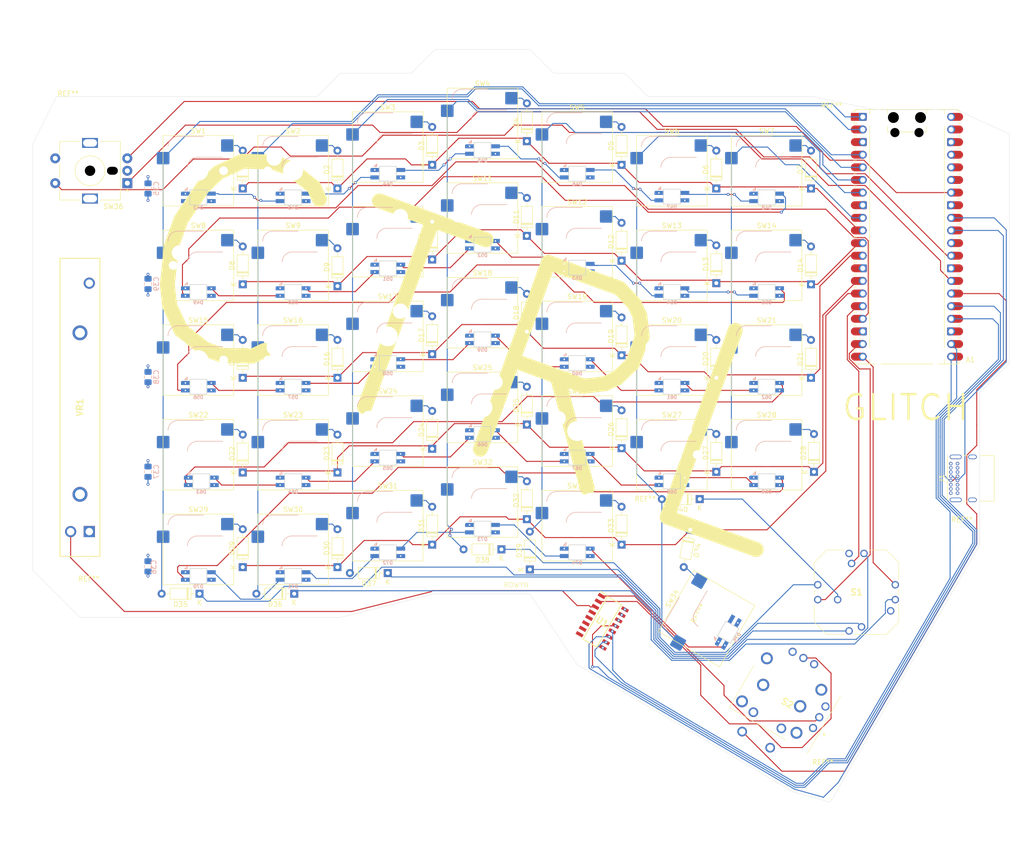
<source format=kicad_pcb>
(kicad_pcb (version 20241229) (generator "pcbnew") (generator_version "9.0")
  (layers (0 "F.Cu" signal) (4 "In1.Cu" signal) (6 "In2.Cu" signal) (2 "B.Cu" signal) (13 "F.Paste" user) (15 "B.Paste" user) (5 "F.SilkS" user "F.Silkscreen") (7 "B.SilkS" user "B.Silkscreen") (1 "F.Mask" user) (3 "B.Mask" user) (25 "Edge.Cuts" user))
  (net 0 "")
  (net 1 "Push2")
  (net 2 "COL2")
  (net 3 "COL6")
  (net 4 "ROW2")
  (net 5 "ROW1")
  (net 6 "GND")
  (net 7 "COL3")
  (net 8 "ROW0")
  (net 9 "Net-(A1-GPIO18)")
  (net 11 "Push1")
  (net 12 "Net-(A1-GPIO19)")
  (net 13 "ROW4")
  (net 14 "EC2A")
  (net 15 "EC1A")
  (net 17 "COL4")
  (net 18 "EC2B")
  (net 19 "COL5")
  (net 21 "ECROW")
  (net 22 "Net-(A1-GPIO16)")
  (net 23 "Net-(A1-GPIO27_ADC1)")
  (net 24 "RGB")
  (net 25 "COL0")
  (net 26 "Net-(A1-GPIO17)")
  (net 27 "Net-(A1-GPIO26_ADC0)")
  (net 28 "COL1")
  (net 30 "ROW3")
  (net 31 "EC1B")
  (net 32 "+5V")
  (net 33 "Net-(D59-DOUT)")
  (net 34 "Net-(D1-A)")
  (net 35 "Net-(D2-A)")
  (net 36 "Net-(D3-A)")
  (net 37 "Net-(D4-A)")
  (net 38 "Net-(D5-A)")
  (net 39 "Net-(D6-A)")
  (net 40 "Net-(D7-A)")
  (net 41 "Net-(D8-A)")
  (net 42 "Net-(D9-A)")
  (net 43 "Net-(D10-A)")
  (net 44 "Net-(D11-A)")
  (net 45 "Net-(D12-A)")
  (net 46 "Net-(D13-A)")
  (net 47 "Net-(D14-A)")
  (net 48 "Net-(D15-A)")
  (net 49 "Net-(D16-A)")
  (net 50 "Net-(D17-A)")
  (net 51 "Net-(D18-A)")
  (net 52 "Net-(D19-A)")
  (net 53 "Net-(D20-A)")
  (net 54 "Net-(D21-A)")
  (net 55 "Net-(D22-A)")
  (net 56 "Net-(D23-A)")
  (net 57 "Net-(D24-A)")
  (net 58 "Net-(D25-A)")
  (net 59 "Net-(D26-A)")
  (net 60 "Net-(D27-A)")
  (net 61 "Net-(D28-A)")
  (net 62 "Net-(D29-A)")
  (net 63 "Net-(D30-A)")
  (net 64 "Net-(D31-A)")
  (net 65 "Net-(D32-A)")
  (net 66 "Net-(D33-A)")
  (net 67 "Net-(D34-A)")
  (net 68 "Net-(D35-K)")
  (net 69 "Net-(D36-K)")
  (net 70 "Net-(D37-K)")
  (net 71 "Net-(D38-K)")
  (net 72 "Net-(D39-K)")
  (net 73 "Net-(D40-K)")
  (net 74 "Net-(D42-DOUT)")
  (net 75 "Net-(D43-DOUT)")
  (net 76 "Net-(D44-DOUT)")
  (net 77 "Net-(D45-DOUT)")
  (net 78 "Net-(D46-DOUT)")
  (net 79 "Net-(D47-DOUT)")
  (net 80 "Net-(D48-DOUT)")
  (net 81 "Net-(D49-DOUT)")
  (net 82 "Net-(D50-DOUT)")
  (net 83 "Net-(D51-DOUT)")
  (net 84 "Net-(D52-DOUT)")
  (net 85 "Net-(D53-DOUT)")
  (net 86 "Net-(D54-DOUT)")
  (net 87 "Net-(D55-DOUT)")
  (net 88 "Net-(D56-DOUT)")
  (net 89 "Net-(D57-DOUT)")
  (net 90 "Net-(D58-DOUT)")
  (net 91 "Net-(D60-DOUT)")
  (net 92 "Net-(D61-DOUT)")
  (net 93 "Net-(D62-DOUT)")
  (net 94 "Net-(D63-DOUT)")
  (net 95 "Net-(D64-DOUT)")
  (net 96 "Net-(D65-DOUT)")
  (net 97 "Net-(D66-DOUT)")
  (net 98 "Net-(D67-DOUT)")
  (net 99 "Net-(D68-DOUT)")
  (net 100 "Net-(D69-DOUT)")
  (net 101 "Net-(D70-DOUT)")
  (net 102 "Net-(D71-DOUT)")
  (net 103 "Net-(D72-DOUT)")
  (net 104 "Net-(D73-DOUT)")
  (net 105 "Net-(D74-DOUT)")
  (net 108 "+3V3")
  (net 114 "Net-(U1-CH1)")
  (net 118 "Net-(U1-CH0)")
  (net 121 "Net-(U1-CH2)")
  (net 127 "unconnected-(D54-DOUT-Pad1)")
  (net 128 "unconnected-(D54-DIN-Pad3)")
  (net 130 "unconnected-(D75-DIN-Pad3)")
  (footprint "Diode_THT:D_DO-35_SOD27_P7.62mm_Horizontal" (layer "F.Cu") (at 168.473581 49.648725 90)
    (property "Reference" "D14")
    (property "Value" "D")
  )
  (footprint "Diode_THT:D_DO-35_SOD27_P7.62mm_Horizontal" (layer "F.Cu") (at 106.203836 102.989389 180)
    (property "Reference" "D38")
    (property "Value" "D")
  )
  (footprint "ScottoKeebs_Hotswap:Hotswap_MX_1.00u" (layer "F.Cu") (at 83.343774 41.076225)
    (property "Reference" "SW10")
    (property "Value" "SW_Push")
  )
  (footprint "Rotary_Encoder:RotaryEncoder_Alps_EC11E-Switch_Vertical_H20mm_MountingHoles" (layer "F.Cu") (at 30.956274 29.288725 180)
    (property "Reference" "SW36")
    (property "Value" "RotaryEncoder_Switch")
  )
  (footprint "ScottoKeebs_Hotswap:Hotswap_MX_1.00u" (layer "F.Cu") (at 159.543774 26.788725)
    (property "Reference" "SW7")
    (property "Value" "SW_Push")
  )
  (footprint "Diode_THT:D_DO-35_SOD27_P7.62mm_Horizontal" (layer "F.Cu") (at 73.223501 106.560847 90)
    (property "Reference" "D30")
    (property "Value" "D")
  )
  (footprint "Diode_THT:D_DO-35_SOD27_P7.62mm_Horizontal" (layer "F.Cu") (at 73.223501 68.460815 90)
    (property "Reference" "D16")
    (property "Value" "D")
  )
  (footprint "ScottoKeebs_Hotswap:Hotswap_MX_1.00u" (layer "F.Cu") (at 121.443774 79.176225)
    (property "Reference" "SW26")
    (property "Value" "SW_Push")
  )
  (footprint "MountingHole:MountingHole_3.2mm_M3" (layer "F.Cu") (at 172.640772 17.85921)
    (property "Reference" "REF**")
    (property "Value" "MountingHole_3.2mm_M3")
  )
  (footprint "Diode_THT:D_DO-35_SOD27_P7.62mm_Horizontal" (layer "F.Cu") (at 54.173485 30.360783 90)
    (property "Reference" "D1")
    (property "Value" "D")
  )
  (footprint "ScottoKeebs_Hotswap:Hotswap_MX_1.00u" (layer "F.Cu") (at 45.243774 45.838725)
    (property "Reference" "SW8")
    (property "Value" "SW_Push")
  )
  (footprint "MountingHole:MountingHole_3.2mm_M3" (layer "F.Cu") (at 19.049954 15.47839)
    (property "Reference" "REF**")
    (property "Value" "MountingHole_3.2mm_M3")
  )
  (footprint "Stick:RKJXV122400R" (layer "F.Cu") (at 168.88377 138.940879 -30)
    (property "Reference" "S2")
    (property "Value" "RKJXV122400R" (hide yes))
  )
  (footprint "Diode_THT:D_DO-35_SOD27_P7.62mm_Horizontal" (layer "F.Cu") (at 92.273517 25.598279 90)
    (property "Reference" "D3")
    (property "Value" "D")
  )
  (footprint "Diode_THT:D_DO-35_SOD27_P7.62mm_Horizontal" (layer "F.Cu") (at 111.323533 59.173929 90)
    (property "Reference" "D18")
    (property "Value" "D")
  )
  (footprint "ScottoKeebs_Stabilizer:Stabilizer_MX_2.00u" (layer "F.Cu") (at 147.478774 116.913134 60)
    (property "Reference" "REF**")
    (property "Value" "Stabilizer_MX_2.00u")
  )
  (footprint "Diode_THT:D_DO-35_SOD27_P7.62mm_Horizontal" (layer "F.Cu") (at 149.423565 30.360783 90)
    (property "Reference" "D6")
    (property "Value" "D")
  )
  (footprint "ScottoKeebs_Hotswap:Hotswap_MX_1.00u" (layer "F.Cu") (at 83.343774 79.176225)
    (property "Reference" "SW24")
    (property "Value" "SW_Push")
  )
  (footprint "Diode_THT:D_DO-35_SOD27_P7.62mm_Horizontal" (layer "F.Cu") (at 54.173485 87.510831 90)
    (property "Reference" "D22")
    (property "Value" "D")
  )
  (footprint "ScottoKeebs_Hotswap:Hotswap_MX_1.00u" (layer "F.Cu") (at 64.293774 64.888725)
    (property "Reference" "SW16")
    (property "Value" "SW_Push")
  )
  (footprint "ScottoKeebs_Hotswap:Hotswap_MX_1.00u" (layer "F.Cu") (at 64.293774 83.938725)
    (property "Reference" "SW23")
    (property "Value" "SW_Push")
  )
  (footprint "Diode_THT:D_DO-35_SOD27_P7.62mm_Horizontal" (layer "F.Cu") (at 168.473581 30.360783 90)
    (property "Reference" "D7")
    (property "Value" "D")
  )
  (footprint "ScottoKeebs_Hotswap:Hotswap_MX_1.00u" (layer "F.Cu") (at 121.443774 22.026225)
    (property "Reference" "SW5")
    (property "Value" "SW_Push")
  )
  (footprint "Diode_THT:D_DO-35_SOD27_P7.62mm_Horizontal" (layer "F.Cu") (at 73.223501 30.360783 90)
    (property "Reference" "D2")
    (property "Value" "D")
  )
  (footprint "Diode_THT:D_DO-35_SOD27_P7.62mm_Horizontal" (layer "F.Cu") (at 54.173485 49.648725 90)
    (property "Reference" "D8")
    (property "Value" "D")
  )
  (footprint "ScottoKeebs_Hotswap:Hotswap_MX_1.00u" (layer "F.Cu") (at 121.443774 60.126225)
    (property "Reference" "SW19")
    (property "Value" "SW_Push")
  )
  (footprint "ScottoKeebs_Hotswap:Hotswap_MX_1.00u" (layer "F.Cu") (at 159.543774 83.938725)
    (property "Reference" "SW28")
    (property "Value" "SW_Push")
  )
  (footprint "Diode_THT:D_DO-35_SOD27_P7.62mm_Horizontal" (layer "F.Cu") (at 92.273517 44.648295 90)
    (property "Reference" "D10")
    (property "Value" "D")
  )
  (footprint "Diode_THT:D_DO-35_SOD27_P7.62mm_Horizontal" (layer "F.Cu") (at 83.34382 107.751893 180)
    (property "Reference" "D37")
    (property "Value" "D")
  )
  (footprint "Diode_THT:D_DO-35_SOD27_P7.62mm_Horizontal" (layer "F.Cu") (at 144.198321 99.056611 -100)
    (property "Reference" "D34")
    (property "Value" "D")
  )
  (footprint "ScottoKeebs_Hotswap:Hotswap_MX_1.00u" (layer "F.Cu") (at 159.543774 45.838725)
    (property "Reference" "SW14")
    (property "Value" "SW_Push")
  )
  (footprint "Diode_THT:D_DO-35_SOD27_P7.62mm_Horizontal" (layer "F.Cu") (at 130.373549 82.629258 90)
    (property "Reference" "D26")
    (property "Value" "D")
  )
  (footprint "MountingHole:MountingHole_3.2mm_M3" (layer "F.Cu") (at 170.854769 150.019128)
    (property "Reference" "REF**")
    (property "Value" "MountingHole_3.2mm_M3")
  )
  (footprint "MountingHole:MountingHole_3.2mm_M3" (layer "F.Cu") (at 198.83448 101.203462)
    (property "Reference" "REF**")
    (property "Value" "MountingHole_3.2mm_M3")
  )
  (footprint "Diode_THT:D_DO-35_SOD27_P7.62mm_Horizontal" (layer "F.Cu") (at 149.423565 49.410799 90)
    (property "Reference" "D13")
    (property "Value" "D")
  )
  (footprint "ScottoKeebs_Hotswap:Hotswap_MX_1.00u" (layer "F.Cu") (at 140.493774 83.938725)
    (property "Reference" "SW27")
    (property "Value" "SW_Push")
  )
  (footprint "ScottoKeebs_Hotswap:Hotswap_MX_1.00u" (layer "F.Cu") (at 45.243774 102.988725)
    (property "Reference" "SW29")
    (property "Value" "SW_Push")
  )
  (footprint "Diode_THT:D_DO-35_SOD27_P7.62mm_Horizontal" (layer "F.Cu") (at 130.373549 25.598279 90)
    (property "Reference" "D5")
    (property "Value" "D")
  )
  (footprint "Diode_THT:D_DO-35_SOD27_P7.62mm_Horizontal" (layer "F.Cu") (at 149.423565 87.391762 90)
    (property "Reference" "D27")
    (property "Value" "D")
  )
  (footprint "ScottoKeebs_Hotswap:Hotswap_MX_1.00u" (layer "F.Cu") (at 45.243774 83.938725)
    (property "Reference" "SW22")
    (property "Value" "SW_Push")
  )
  (footprint "ScottoKeebs_Hotswap:Hotswap_MX_1.00u" (layer "F.Cu") (at 83.343774 22.026225)
    (property "Reference" "SW3")
    (property "Value" "SW_Push")
  )
  (footprint "MountingHole:MountingHole_3.2mm_M3" (layer "F.Cu") (at 23.217145 113.109722)
    (property "Reference" "REF**")
    (property "Value" "MountingHole_3.2mm_M3")
  )
  (footprint "ScottoKeebs_Hotswap:Hotswap_MX_1.00u" (layer "F.Cu") (at 121.443774 41.076225)
    (property "Reference" "SW12")
    (property "Value" "SW_Push")
  )
  (footprint "ScottoKeebs_Hotswap:Hotswap_MX_1.00u" (layer "F.Cu") (at 102.393774 74.413725)
    (property "Reference" "SW25")
    (property "Value" "SW_Push")
  )
  (footprint "Diode_THT:D_DO-35_SOD27_P7.62mm_Horizontal" (layer "F.Cu") (at 111.323533 96.91677 90)
    (property "Reference" "D32")
    (property "Value" "D")
  )
  (footprint "ScottoKeebs_Hotswap:Hotswap_MX_1.00u" (layer "F.Cu") (at 64.293774 45.838725)
    (property "Reference" "SW9")
    (property "Value" "SW_Push")
  )
  (footprint "7way:RKJXT1F42001" (layer "F.Cu") (at 177.631398 111.60929)
    (property "Reference" "S1")
    (property "Value" "RKJXT1F42001" (hide yes))
  )
  (footprint "Diode_THT:D_DO-35_SOD27_P7.62mm_Horizontal" (layer "F.Cu") (at 169.068894 87.391762 90)
    (property "Reference" "D28")
    (property "Value" "D")
  )
  (footprint "ScottoKeebs_Hotswap:Hotswap_MX_1.00u" (layer "F.Cu") (at 102.393774 55.363725)
    (property "Reference" "SW18")
    (property "Value" "SW_Push")
  )
  (footprint "Diode_THT:D_DO-35_SOD27_P7.62mm_Horizontal" (layer "F.Cu") (at 54.173485 106.560847 90)
    (property "Reference" "D29")
    (property "Value" "D")
  )
  (footprint "ScottoKeebs_Hotswap:Hotswap_MX_1.00u" (layer "F.Cu") (at 83.343774 98.226225)
    (property "Reference" "SW31")
    (property "Value" "SW_Push")
  )
  (footprint "Diode_THT:D_DO-35_SOD27_P7.62mm_Horizontal" (layer "F.Cu") (at 149.423565 68.460815 90)
    (property "Reference" "D20")
    (property "Value" "D")
  )
  (footprint "Diode_THT:D_DO-35_SOD27_P7.62mm_Horizontal" (layer "F.Cu") (at 146.089807 92.869068 180)
    (property "Reference" "D40")
    (property "Value" "D")
  )
  (footprint "ScottoKeebs_Hotswap:Hotswap_MX_1.00u" (layer "F.Cu") (at 45.243774 26.788725)
    (property "Reference" "SW1")
    (property "Value" "SW_Push")
  )
  (footprint "Diode_THT:D_DO-35_SOD27_P7.62mm_Horizontal" (layer "F.Cu") (at 130.373547 63.936853 90)
    (property "Reference" "D19")
    (property "Value" "D")
  )
  (footprint "Diode_THT:D_DO-35_SOD27_P7.62mm_Horizontal" (layer "F.Cu") (at 73.223501 87.510831 90)
    (property "Reference" "D23")
    (property "Value" "D")
  )
  (footprint "Diode_THT:D_DO-35_SOD27_P7.62mm_Horizontal" (layer "F.Cu") (at 111.323533 20.835775 90)
    (property "Reference" "D4")
    (property "Value" "D")
  )
  (footprint "Diode_THT:D_DO-35_SOD27_P7.62mm_Horizontal" (layer "F.Cu") (at 111.323533 77.866754 90)
    (property "Reference" "D25")
    (property "Value" "D")
  )
  (footprint "Diode_THT:D_DO-35_SOD27_P7.62mm_Horizontal" (layer "F.Cu") (at 73.223501 50.006112 90)
    (property "Reference" "D9")
    (property "Value" "D")
  )
  (footprint "ScottoKeebs_Hotswap:Hotswap_MX_1.00u" (layer "F.Cu") (at 121.443774 98.226225)
    (property "Reference" "SW33")
    (property "Value" "SW_Push")
  )
  (footprint "Diode_THT:D_DO-35_SOD27_P7.62mm_Horizontal" (layer "F.Cu") (at 54.173485 68.460815 90)
    (property "Reference" "D15")
    (property "Value" "D")
  )
  (footprint "ScottoKeebs_Hotswap:Hotswap_MX_1.00u" (layer "F.Cu") (at 83.343774 60.126225)
    (property "Reference" "SW17")
    (property "Value" "SW_Push")
  )
  (footprint "Diode_THT:D_DO-35_SOD27_P7.62mm_Horizontal" (layer "F.Cu") (at 111.918844 107.037511 90)
    (property "Reference" "D39")
    (property "Value" "D")
  )
  (footprint "Module:RaspberryPi_Pico_Common_Unspecified" (layer "F.Cu") (at 187.775098 40.073703)
    (property "Reference" "A1")
    (property "Value" "RaspberryPi_Pico")
  )
  (footprint "ScottoKeebs_Hotswap:Hotswap_MX_1.00u" (layer "F.Cu") (at 140.493774 26.788725)
    (property "Reference" "SW6")
    (property "Value" "SW_Push")
  )
  (footprint "Diode_THT:D_DO-35_SOD27_P7.62mm_Horizontal" (layer "F.Cu") (at 111.323533 39.885791 90)
    (property "Reference" "D11")
    (property "Value" "D")
  )
  (footprint "Diode_THT:D_DO-35_SOD27_P7.62mm_Horizontal" (layer "F.Cu") (at 130.373547 44.886837 90)
    (property "Reference" "D12")
    (property "Value" "D")
  )
  (footprint "ScottoKeebs_Hotswap:Hotswap_MX_1.00u" (layer "F.Cu") (at 45.243774 64.888725)
    (property "Reference" "SW15")
    (property "Value" "SW_Push")
  )
  (footprint "Diode_THT:D_DO-35_SOD27_P7.62mm_Horizontal" (layer "F.Cu") (at 92.273517 82.748327 90)
    (property "Reference" "D24")
    (property "Value" "D")
  )
  (footprint "ScottoKeebs_Hotswap:Hotswap_MX_1.00u" (layer "F.Cu") (at 159.543774 64.888725)
    (property "Reference" "SW21")
    (property "Value" "SW_Push")
  )
  (footprint "ScottoKeebs_Hotswap:Hotswap_MX_1.00u" (layer "F.Cu") (at 64.293774 102.988725)
    (property "Reference" "SW30")
    (property "Value" "SW_Push")
  )
  (footprint "mcp3008:SOIC127P600X175-16N" (layer "F.Cu") (at 126.487465 117.576679 -30)
    (property "Reference" "U1")
    (property "Value" "MCP3008" (hide yes))
  )
  (footprint "ScottoKeebs_Hotswap:Hotswap_MX_1.00u" (layer "F.Cu") (at 140.493774 64.888725)
    (property "Reference" "SW20")
    (property "Value" "SW_Push")
  )
  (footprint "Diode_THT:D_DO-35_SOD27_P7.62mm_Horizontal" (layer "F.Cu") (at 45.48191 111.919084 180)
    (property "Reference" "D35")
    (property "Value" "D")
  )
  (footprint "ScottoKeebs_Hotswap:Hotswap_MX_2.00u" (layer "F.Cu") (at 147.478774 116.913134 60)
    (property "Reference" "SW34")
    (property "Value" "SPACE")
  )
  (footprint "Connector_USB:USB_C_Receptacle_GCT_USB4085" (layer "F.Cu") (at 196.595481 91.676877 90)
    (property "Reference" "J1")
    (property "Value" "USB_C_Receptacle_USB2.0_14P")
  )
  (footprint "Diode_THT:D_DO-35_SOD27_P7.62mm_Horizontal" (layer "F.Cu") (at 64.531926 111.919084 180)
    (property "Reference" "D36")
    (property "Value" "D")
  )
  (footprint "Diode_THT:D_DO-35_SOD27_P7.62mm_Horizontal" (layer "F.Cu") (at 92.273517 102.036465 90)
    (property "Reference" "D31")
    (property "Value" "D")
  )
  (footprint "Diode_THT:D_DO-35_SOD27_P7.62mm_Horizontal" (layer "F.Cu") (at 92.273517 63.698311 90)
    (property "Reference" "D17")
    (property "Value" "D")
  )
  (footprint "ScottoKeebs_Hotswap:Hotswap_MX_1.00u" (layer "F.Cu") (at 64.293774 26.788725)
    (property "Reference" "SW2")
    (property "Value" "SW_Push")
  )
  (footprint "ScottoKeebs_Hotswap:Hotswap_MX_1.00u" (layer "F.Cu") (at 102.393774 36.313725)
    (property "Reference" "SW11")
    (property "Value" "SW_Push")
  )
  (footprint "ScottoKeebs_Hotswap:Hotswap_MX_1.00u" (layer "F.Cu") (at 140.493774 45.838725)
    (property "Reference" "SW13")
    (property "Value" "SW_Push")
  )
  (footprint "ScottoKeebs_Hotswap:Hotswap_MX_1.00u" (layer "F.Cu") (at 102.393774 93.463725)
    (property "Reference" "SW32")
    (property "Value" "SW_Push")
  )
  (footprint "ScottoKeebs_Hotswap:Hotswap_MX_1.00u" (layer "F.Cu") (at 102.393774 17.263725)
    (property "Reference" "SW4")
    (property "Value" "SW_Push")
  )
  (footprint "Slide:RS45111A900F" (layer "F.Cu") (at 23.306274 99.413725 90)
    (property "Reference" "VR1")
    (property "Value" "RS45111A900F" (hide yes))
  )
  (footprint "Diode_THT:D_DO-35_SOD27_P7.62mm_Horizontal" (layer "F.Cu") (at 130.373549 102.036465 90)
    (property "Reference" "D33")
    (property "Value" "D")
  )
  (footprint "MountingHole:MountingHole_3.2mm_M3" (layer "F.Cu") (at 135.136051 97.036259)
    (property "Reference" "REF**")
    (property "Value" "MountingHole_3.2mm_M3")
  )
  (footprint "Diode_THT:D_DO-35_SOD27_P7.62mm_Horizontal" (layer "F.Cu") (at 168.473581 68.460815 90)
    (property "Reference" "D21")
    (property "Value" "D")
  )
  (footprint "cheyao macropad main PCB-third_party_neopixel.petty:SK6812MINI-E" (layer "B.Cu") (at 102.393838 22.621714 180)
    (property "Reference" "D45")
    (property "Value" "SK6812MINI" (hide yes))
    (fp_line (start 1.7 1.5) (end 1.7 -1.5) (stroke (width 0.12)) (layer "Edge.Cuts"))
    (fp_line (start 1.7 -1.5) (end -1.7 -1.5) (stroke (width 0.12)) (layer "Edge.Cuts"))
    (fp_line (start -1.7 1.5) (end 1.7 1.5) (stroke (width 0.12)) (layer "Edge.Cuts"))
    (fp_line (start -1.7 -1.5) (end -1.7 1.5) (stroke (width 0.12)) (layer "Edge.Cuts"))
  )
  (footprint "cheyao macropad main PCB-third_party_neopixel.petty:SK6812MINI-E" (layer "B.Cu") (at 121.443854 84.534266 180)
    (property "Reference" "D67")
    (property "Value" "SK6812MINI" (hide yes))
    (fp_line (start 1.7 1.5) (end 1.7 -1.5) (stroke (width 0.12)) (layer "Edge.Cuts"))
    (fp_line (start 1.7 -1.5) (end -1.7 -1.5) (stroke (width 0.12)) (layer "Edge.Cuts"))
    (fp_line (start -1.7 1.5) (end 1.7 1.5) (stroke (width 0.12)) (layer "Edge.Cuts"))
    (fp_line (start -1.7 -1.5) (end -1.7 1.5) (stroke (width 0.12)) (layer "Edge.Cuts"))
  )
  (footprint "cheyao macropad main PCB-third_party_neopixel.petty:SK6812MINI-E" (layer "B.Cu") (at 45.24379 32.146722 180)
    (property "Reference" "D42")
    (property "Value" "SK6812MINI" (hide yes))
    (fp_line (start 1.7 1.5) (end 1.7 -1.5) (stroke (width 0.12)) (layer "Edge.Cuts"))
    (fp_line (start 1.7 -1.5) (end -1.7 -1.5) (stroke (width 0.12)) (layer "Edge.Cuts"))
    (fp_line (start -1.7 1.5) (end 1.7 1.5) (stroke (width 0.12)) (layer "Edge.Cuts"))
    (fp_line (start -1.7 -1.5) (end -1.7 1.5) (stroke (width 0.12)) (layer "Edge.Cuts"))
  )
  (footprint "Capacitor_SMD:C_0805_2012Metric_Pad1.18x1.45mm_HandSolder" (layer "B.Cu") (at 35.123467 106.408141 90)
    (property "Reference" "C36")
    (property "Value" "C")
  )
  (footprint "cheyao macropad main PCB-third_party_neopixel.petty:SK6812MINI-E" (layer "B.Cu") (at 140.49387 89.29677 180)
    (property "Reference" "D68")
    (property "Value" "SK6812MINI" (hide yes))
    (fp_line (start 1.7 1.5) (end 1.7 -1.5) (stroke (width 0.12)) (layer "Edge.Cuts"))
    (fp_line (start 1.7 -1.5) (end -1.7 -1.5) (stroke (width 0.12)) (layer "Edge.Cuts"))
    (fp_line (start -1.7 1.5) (end 1.7 1.5) (stroke (width 0.12)) (layer "Edge.Cuts"))
    (fp_line (start -1.7 -1.5) (end -1.7 1.5) (stroke (width 0.12)) (layer "Edge.Cuts"))
  )
  (footprint "cheyao macropad main PCB-third_party_neopixel.petty:SK6812MINI-E" (layer "B.Cu") (at 151.804815 119.658153 -120)
    (property "Reference" "D75")
    (property "Value" "SK6812MINI" (hide yes))
    (fp_line (start 1.7 1.5) (end 1.7 -1.5) (stroke (width 0.12)) (layer "Edge.Cuts"))
    (fp_line (start -1.7 1.5) (end 1.7 1.5) (stroke (width 0.12)) (layer "Edge.Cuts"))
    (fp_line (start 1.7 -1.5) (end -1.7 -1.5) (stroke (width 0.12)) (layer "Edge.Cuts"))
    (fp_line (start -1.7 -1.5) (end -1.7 1.5) (stroke (width 0.12)) (layer "Edge.Cuts"))
  )
  (footprint "cheyao macropad main PCB-third_party_neopixel.petty:SK6812MINI-E" (layer "B.Cu") (at 121.443854 27.384218 180)
    (property "Reference" "D46")
    (property "Value" "SK6812MINI" (hide yes))
    (fp_line (start 1.7 1.5) (end 1.7 -1.5) (stroke (width 0.12)) (layer "Edge.Cuts"))
    (fp_line (start 1.7 -1.5) (end -1.7 -1.5) (stroke (width 0.12)) (layer "Edge.Cuts"))
    (fp_line (start -1.7 1.5) (end 1.7 1.5) (stroke (width 0.12)) (layer "Edge.Cuts"))
    (fp_line (start -1.7 -1.5) (end -1.7 1.5) (stroke (width 0.12)) (layer "Edge.Cuts"))
  )
  (footprint "cheyao macropad main PCB-third_party_neopixel.petty:SK6812MINI-E" (layer "B.Cu") (at 140.49387 31.992035 180)
    (property "Reference" "D47")
    (property "Value" "SK6812MINI" (hide yes))
    (fp_line (start 1.7 1.5) (end 1.7 -1.5) (stroke (width 0.12)) (layer "Edge.Cuts"))
    (fp_line (start 1.7 -1.5) (end -1.7 -1.5) (stroke (width 0.12)) (layer "Edge.Cuts"))
    (fp_line (start -1.7 1.5) (end 1.7 1.5) (stroke (width 0.12)) (layer "Edge.Cuts"))
    (fp_line (start -1.7 -1.5) (end -1.7 1.5) (stroke (width 0.12)) (layer "Edge.Cuts"))
  )
  (footprint "cheyao macropad main PCB-third_party_neopixel.petty:SK6812MINI-E" (layer "B.Cu") (at 140.493868 51.197158 180)
    (property "Reference" "D54")
    (property "Value" "SK6812MINI" (hide yes))
    (fp_line (start 1.7 1.5) (end 1.7 -1.5) (stroke (width 0.12)) (layer "Edge.Cuts"))
    (fp_line (start 1.7 -1.5) (end -1.7 -1.5) (stroke (width 0.12)) (layer "Edge.Cuts"))
    (fp_line (start -1.7 1.5) (end 1.7 1.5) (stroke (width 0.12)) (layer "Edge.Cuts"))
    (fp_line (start -1.7 -1.5) (end -1.7 1.5) (stroke (width 0.12)) (layer "Edge.Cuts"))
  )
  (footprint "cheyao macropad main PCB-third_party_neopixel.petty:SK6812MINI-E" (layer "B.Cu") (at 121.443854 103.584282 180)
    (property "Reference" "D74")
    (property "Value" "SK6812MINI" (hide yes))
    (fp_line (start 1.7 1.5) (end 1.7 -1.5) (stroke (width 0.12)) (layer "Edge.Cuts"))
    (fp_line (start 1.7 -1.5) (end -1.7 -1.5) (stroke (width 0.12)) (layer "Edge.Cuts"))
    (fp_line (start -1.7 1.5) (end 1.7 1.5) (stroke (width 0.12)) (layer "Edge.Cuts"))
    (fp_line (start -1.7 -1.5) (end -1.7 1.5) (stroke (width 0.12)) (layer "Edge.Cuts"))
  )
  (footprint "cheyao macropad main PCB-third_party_neopixel.petty:SK6812MINI-E" (layer "B.Cu") (at 159.543774 51.196738 180)
    (property "Reference" "D55")
    (property "Value" "SK6812MINI" (hide yes))
    (fp_line (start 1.7 1.5) (end 1.7 -1.5) (stroke (width 0.12)) (layer "Edge.Cuts"))
    (fp_line (start 1.7 -1.5) (end -1.7 -1.5) (stroke (width 0.12)) (layer "Edge.Cuts"))
    (fp_line (start -1.7 1.5) (end 1.7 1.5) (stroke (width 0.12)) (layer "Edge.Cuts"))
    (fp_line (start -1.7 -1.5) (end -1.7 1.5) (stroke (width 0.12)) (layer "Edge.Cuts"))
  )
  (footprint "cheyao macropad main PCB-third_party_neopixel.petty:SK6812MINI-E" (layer "B.Cu") (at 102.393838 79.771762 180)
    (property "Reference" "D66")
    (property "Value" "SK6812MINI" (hide yes))
    (fp_line (start 1.7 1.5) (end 1.7 -1.5) (stroke (width 0.12)) (layer "Edge.Cuts"))
    (fp_line (start 1.7 -1.5) (end -1.7 -1.5) (stroke (width 0.12)) (layer "Edge.Cuts"))
    (fp_line (start -1.7 1.5) (end 1.7 1.5) (stroke (width 0.12)) (layer "Edge.Cuts"))
    (fp_line (start -1.7 -1.5) (end -1.7 1.5) (stroke (width 0.12)) (layer "Edge.Cuts"))
  )
  (footprint "cheyao macropad main PCB-third_party_neopixel.petty:SK6812MINI-E" (layer "B.Cu") (at 121.443854 65.48425 180)
    (property "Reference" "D60")
    (property "Value" "SK6812MINI" (hide yes))
    (fp_line (start 1.7 1.5) (end 1.7 -1.5) (stroke (width 0.12)) (layer "Edge.Cuts"))
    (fp_line (start 1.7 -1.5) (end -1.7 -1.5) (stroke (width 0.12)) (layer "Edge.Cuts"))
    (fp_line (start -1.7 1.5) (end 1.7 1.5) (stroke (width 0.12)) (layer "Edge.Cuts"))
    (fp_line (start -1.7 -1.5) (end -1.7 1.5) (stroke (width 0.12)) (layer "Edge.Cuts"))
  )
  (footprint "cheyao macropad main PCB-third_party_neopixel.petty:SK6812MINI-E" (layer "B.Cu") (at 64.293806 70.246754 180)
    (property "Reference" "D57")
    (property "Value" "SK6812MINI" (hide yes))
    (fp_line (start 1.7 1.5) (end 1.7 -1.5) (stroke (width 0.12)) (layer "Edge.Cuts"))
    (fp_line (start 1.7 -1.5) (end -1.7 -1.5) (stroke (width 0.12)) (layer "Edge.Cuts"))
    (fp_line (start -1.7 1.5) (end 1.7 1.5) (stroke (width 0.12)) (layer "Edge.Cuts"))
    (fp_line (start -1.7 -1.5) (end -1.7 1.5) (stroke (width 0.12)) (layer "Edge.Cuts"))
  )
  (footprint "cheyao macropad main PCB-third_party_neopixel.petty:SK6812MINI-E" (layer "B.Cu") (at 159.543886 32.146722 180)
    (property "Reference" "D48")
    (property "Value" "SK6812MINI" (hide yes))
    (fp_line (start 1.7 1.5) (end 1.7 -1.5) (stroke (width 0.12)) (layer "Edge.Cuts"))
    (fp_line (start 1.7 -1.5) (end -1.7 -1.5) (stroke (width 0.12)) (layer "Edge.Cuts"))
    (fp_line (start -1.7 1.5) (end 1.7 1.5) (stroke (width 0.12)) (layer "Edge.Cuts"))
    (fp_line (start -1.7 -1.5) (end -1.7 1.5) (stroke (width 0.12)) (layer "Edge.Cuts"))
  )
  (footprint "cheyao macropad main PCB-third_party_neopixel.petty:SK6812MINI-E" (layer "B.Cu") (at 83.343822 65.48425 180)
    (property "Reference" "D58")
    (property "Value" "SK6812MINI" (hide yes))
    (fp_line (start 1.7 1.5) (end 1.7 -1.5) (stroke (width 0.12)) (layer "Edge.Cuts"))
    (fp_line (start 1.7 -1.5) (end -1.7 -1.5) (stroke (width 0.12)) (layer "Edge.Cuts"))
    (fp_line (start -1.7 1.5) (end 1.7 1.5) (stroke (width 0.12)) (layer "Edge.Cuts"))
    (fp_line (start -1.7 -1.5) (end -1.7 1.5) (stroke (width 0.12)) (layer "Edge.Cuts"))
  )
  (footprint "cheyao macropad main PCB-third_party_neopixel.petty:SK6812MINI-E" (layer "B.Cu") (at 102.393838 98.821778 180)
    (property "Reference" "D73")
    (property "Value" "SK6812MINI" (hide yes))
    (fp_line (start 1.7 1.5) (end 1.7 -1.5) (stroke (width 0.12)) (layer "Edge.Cuts"))
    (fp_line (start 1.7 -1.5) (end -1.7 -1.5) (stroke (width 0.12)) (layer "Edge.Cuts"))
    (fp_line (start -1.7 1.5) (end 1.7 1.5) (stroke (width 0.12)) (layer "Edge.Cuts"))
    (fp_line (start -1.7 -1.5) (end -1.7 1.5) (stroke (width 0.12)) (layer "Edge.Cuts"))
  )
  (footprint "cheyao macropad main PCB-third_party_neopixel.petty:SK6812MINI-E" (layer "B.Cu") (at 140.49387 70.246754 180)
    (property "Reference" "D61")
    (property "Value" "SK6812MINI" (hide yes))
    (fp_line (start 1.7 1.5) (end 1.7 -1.5) (stroke (width 0.12)) (layer "Edge.Cuts"))
    (fp_line (start 1.7 -1.5) (end -1.7 -1.5) (stroke (width 0.12)) (layer "Edge.Cuts"))
    (fp_line (start -1.7 1.5) (end 1.7 1.5) (stroke (width 0.12)) (layer "Edge.Cuts"))
    (fp_line (start -1.7 -1.5) (end -1.7 1.5) (stroke (width 0.12)) (layer "Edge.Cuts"))
  )
  (footprint "cheyao macropad main PCB-third_party_neopixel.petty:SK6812MINI-E" (layer "B.Cu") (at 121.443854 46.279547 180)
    (property "Reference" "D53")
    (property "Value" "SK6812MINI" (hide yes))
    (fp_line (start 1.7 1.5) (end 1.7 -1.5) (stroke (width 0.12)) (layer "Edge.Cuts"))
    (fp_line (start 1.7 -1.5) (end -1.7 -1.5) (stroke (width 0.12)) (layer "Edge.Cuts"))
    (fp_line (start -1.7 1.5) (end 1.7 1.5) (stroke (width 0.12)) (layer "Edge.Cuts"))
    (fp_line (start -1.7 -1.5) (end -1.7 1.5) (stroke (width 0.12)) (layer "Edge.Cuts"))
  )
  (footprint "Capacitor_SMD:C_0805_2012Metric_Pad1.18x1.45mm_HandSolder" (layer "B.Cu") (at 35.123467 87.358125 90)
    (property "Reference" "C37")
    (property "Value" "C")
  )
  (footprint "cheyao macropad main PCB-third_party_neopixel.petty:SK6812MINI-E" (layer "B.Cu") (at 64.293806 32.146722 180)
    (property "Reference" "D43")
    (property "Value" "SK6812MINI" (hide yes))
    (fp_line (start 1.7 1.5) (end 1.7 -1.5) (stroke (width 0.12)) (layer "Edge.Cuts"))
    (fp_line (start 1.7 -1.5) (end -1.7 -1.5) (stroke (width 0.12)) (layer "Edge.Cuts"))
    (fp_line (start -1.7 1.5) (end 1.7 1.5) (stroke (width 0.12)) (layer "Edge.Cuts"))
    (fp_line (start -1.7 -1.5) (end -1.7 1.5) (stroke (width 0.12)) (layer "Edge.Cuts"))
  )
  (footprint "cheyao macropad main PCB-third_party_neopixel.petty:SK6812MINI-E" (layer "B.Cu") (at 45.839103 89.29677 180)
    (property "Reference" "D63")
    (property "Value" "SK6812MINI" (hide yes))
    (fp_line (start 1.7 1.5) (end 1.7 -1.5) (stroke (width 0.12)) (layer "Edge.Cuts"))
    (fp_line (start 1.7 -1.5) (end -1.7 -1.5) (stroke (width 0.12)) (layer "Edge.Cuts"))
    (fp_line (start -1.7 1.5) (end 1.7 1.5) (stroke (width 0.12)) (layer "Edge.Cuts"))
    (fp_line (start -1.7 -1.5) (end -1.7 1.5) (stroke (width 0.12)) (layer "Edge.Cuts"))
  )
  (footprint "cheyao macropad main PCB-third_party_neopixel.petty:SK6812MINI-E" (layer "B.Cu") (at 83.343774 103.584282 180)
    (property "Reference" "D72")
    (property "Value" "SK6812MINI" (hide yes))
    (fp_line (start 1.7 1.5) (end 1.7 -1.5) (stroke (width 0.12)) (layer "Edge.Cuts"))
    (fp_line (start 1.7 -1.5) (end -1.7 -1.5) (stroke (width 0.12)) (layer "Edge.Cuts"))
    (fp_line (start -1.7 1.5) (end 1.7 1.5) (stroke (width 0.12)) (layer "Edge.Cuts"))
    (fp_line (start -1.7 -1.5) (end -1.7 1.5) (stroke (width 0.12)) (layer "Edge.Cuts"))
  )
  (footprint "cheyao macropad main PCB-third_party_neopixel.petty:SK6812MINI-E" (layer "B.Cu") (at 64.293806 108.346786 180)
    (property "Reference" "D71")
    (property "Value" "SK6812MINI" (hide yes))
    (fp_line (start 1.7 1.5) (end 1.7 -1.5) (stroke (width 0.12)) (layer "Edge.Cuts"))
    (fp_line (start 1.7 -1.5) (end -1.7 -1.5) (stroke (width 0.12)) (layer "Edge.Cuts"))
    (fp_line (start -1.7 1.5) (end 1.7 1.5) (stroke (width 0.12)) (layer "Edge.Cuts"))
    (fp_line (start -1.7 -1.5) (end -1.7 1.5) (stroke (width 0.12)) (layer "Edge.Cuts"))
  )
  (footprint "Capacitor_SMD:C_0805_2012Metric_Pad1.18x1.45mm_HandSolder" (layer "B.Cu") (at 35.123467 30.361203 90)
    (property "Reference" "C35")
    (property "Value" "C")
  )
  (footprint "cheyao macropad main PCB-third_party_neopixel.petty:SK6812MINI-E" (layer "B.Cu") (at 45.24379 70.246754 180)
    (property "Reference" "D56")
    (property "Value" "SK6812MINI" (hide yes))
    (fp_line (start 1.7 1.5) (end 1.7 -1.5) (stroke (width 0.12)) (layer "Edge.Cuts"))
    (fp_line (start 1.7 -1.5) (end -1.7 -1.5) (stroke (width 0.12)) (layer "Edge.Cuts"))
    (fp_line (start -1.7 1.5) (end 1.7 1.5) (stroke (width 0.12)) (layer "Edge.Cuts"))
    (fp_line (start -1.7 -1.5) (end -1.7 1.5) (stroke (width 0.12)) (layer "Edge.Cuts"))
  )
  (footprint "cheyao macropad main PCB-third_party_neopixel.petty:SK6812MINI-E" (layer "B.Cu") (at 64.293806 89.29677 180)
    (property "Reference" "D64")
    (property "Value" "SK6812MINI" (hide yes))
    (fp_line (start 1.7 1.5) (end 1.7 -1.5) (stroke (width 0.12)) (layer "Edge.Cuts"))
    (fp_line (start 1.7 -1.5) (end -1.7 -1.5) (stroke (width 0.12)) (layer "Edge.Cuts"))
    (fp_line (start -1.7 1.5) (end 1.7 1.5) (stroke (width 0.12)) (layer "Edge.Cuts"))
    (fp_line (start -1.7 -1.5) (end -1.7 1.5) (stroke (width 0.12)) (layer "Edge.Cuts"))
  )
  (footprint "cheyao macropad main PCB-third_party_neopixel.petty:SK6812MINI-E" (layer "B.Cu") (at 83.343774 84.534266 180)
    (property "Reference" "D65")
    (property "Value" "SK6812MINI" (hide yes))
    (fp_line (start 1.7 1.5) (end 1.7 -1.5) (stroke (width 0.12)) (layer "Edge.Cuts"))
    (fp_line (start 1.7 -1.5) (end -1.7 -1.5) (stroke (width 0.12)) (layer "Edge.Cuts"))
    (fp_line (start -1.7 1.5) (end 1.7 1.5) (stroke (width 0.12)) (layer "Edge.Cuts"))
    (fp_line (start -1.7 -1.5) (end -1.7 1.5) (stroke (width 0.12)) (layer "Edge.Cuts"))
  )
  (footprint "cheyao macropad main PCB-third_party_neopixel.petty:SK6812MINI-E" (layer "B.Cu") (at 83.343822 27.384218 180)
    (property "Reference" "D44")
    (property "Value" "SK6812MINI" (hide yes))
    (fp_line (start 1.7 1.5) (end 1.7 -1.5) (stroke (width 0.12)) (layer "Edge.Cuts"))
    (fp_line (start 1.7 -1.5) (end -1.7 -1.5) (stroke (width 0.12)) (layer "Edge.Cuts"))
    (fp_line (start -1.7 1.5) (end 1.7 1.5) (stroke (width 0.12)) (layer "Edge.Cuts"))
    (fp_line (start -1.7 -1.5) (end -1.7 1.5) (stroke (width 0.12)) (layer "Edge.Cuts"))
  )
  (footprint "cheyao macropad main PCB-third_party_neopixel.petty:SK6812MINI-E" (layer "B.Cu") (at 83.343774 46.434234 180)
    (property "Reference" "D51")
    (property "Value" "SK6812MINI" (hide yes))
    (fp_line (start 1.7 1.5) (end 1.7 -1.5) (stroke (width 0.12)) (layer "Edge.Cuts"))
    (fp_line (start 1.7 -1.5) (end -1.7 -1.5) (stroke (width 0.12)) (layer "Edge.Cuts"))
    (fp_line (start -1.7 1.5) (end 1.7 1.5) (stroke (width 0.12)) (layer "Edge.Cuts"))
    (fp_line (start -1.7 -1.5) (end -1.7 1.5) (stroke (width 0.12)) (layer "Edge.Cuts"))
  )
  (footprint "cheyao macropad main PCB-third_party_neopixel.petty:SK6812MINI-E" (layer "B.Cu") (at 159.543886 70.246754 180)
    (property "Reference" "D62")
    (property "Value" "SK6812MINI" (hide yes))
    (fp_line (start 1.7 1.5) (end 1.7 -1.5) (stroke (width 0.12)) (layer "Edge.Cuts"))
    (fp_line (start 1.7 -1.5) (end -1.7 -1.5) (stroke (width 0.12)) (layer "Edge.Cuts"))
    (fp_line (start -1.7 1.5) (end 1.7 1.5) (stroke (width 0.12)) (layer "Edge.Cuts"))
    (fp_line (start -1.7 -1.5) (end -1.7 1.5) (stroke (width 0.12)) (layer "Edge.Cuts"))
  )
  (footprint "cheyao macropad main PCB-third_party_neopixel.petty:SK6812MINI-E" (layer "B.Cu") (at 102.393838 41.67173 180)
    (property "Reference" "D52")
    (property "Value" "SK6812MINI" (hide yes))
    (fp_line (start 1.7 1.5) (end 1.7 -1.5) (stroke (width 0.12)) (layer "Edge.Cuts"))
    (fp_line (start 1.7 -1.5) (end -1.7 -1.5) (stroke (width 0.12)) (layer "Edge.Cuts"))
    (fp_line (start -1.7 1.5) (end 1.7 1.5) (stroke (width 0.12)) (layer "Edge.Cuts"))
    (fp_line (start -1.7 -1.5) (end -1.7 1.5) (stroke (width 0.12)) (layer "Edge.Cuts"))
  )
  (footprint "Capacitor_SMD:C_0805_2012Metric_Pad1.18x1.45mm_HandSolder" (layer "B.Cu") (at 35.123467 49.564345 90)
    (property "Reference" "C39")
    (property "Value" "C")
  )
  (footprint "cheyao macropad main PCB-third_party_neopixel.petty:SK6812MINI-E" (layer "B.Cu") (at 45.24379 51.196738 180)
    (property "Reference" "D49")
    (property "Value" "SK6812MINI" (hide yes))
    (fp_line (start 1.7 1.5) (end 1.7 -1.5) (stroke (width 0.12)) (layer "Edge.Cuts"))
    (fp_line (start 1.7 -1.5) (end -1.7 -1.5) (stroke (width 0.12)) (layer "Edge.Cuts"))
    (fp_line (start -1.7 1.5) (end 1.7 1.5) (stroke (width 0.12)) (layer "Edge.Cuts"))
    (fp_line (start -1.7 -1.5) (end -1.7 1.5) (stroke (width 0.12)) (layer "Edge.Cuts"))
  )
  (footprint "cheyao macropad main PCB-third_party_neopixel.petty:SK6812MINI-E" (layer "B.Cu") (at 102.393838 60.721746 180)
    (property "Reference" "D59")
    (property "Value" "SK6812MINI" (hide yes))
    (fp_line (start 1.7 1.5) (end 1.7 -1.5) (stroke (width 0.12)) (layer "Edge.Cuts"))
    (fp_line (start 1.7 -1.5) (end -1.7 -1.5) (stroke (width 0.12)) (layer "Edge.Cuts"))
    (fp_line (start -1.7 1.5) (end 1.7 1.5) (stroke (width 0.12)) (layer "Edge.Cuts"))
    (fp_line (start -1.7 -1.5) (end -1.7 1.5) (stroke (width 0.12)) (layer "Edge.Cuts"))
  )
  (footprint "cheyao macropad main PCB-third_party_neopixel.petty:SK6812MINI-E" (layer "B.Cu") (at 45.243774 108.346786 180)
    (property "Reference" "D70")
    (property "Value" "SK6812MINI" (hide yes))
    (fp_line (start 1.7 1.5) (end 1.7 -1.5) (stroke (width 0.12)) (layer "Edge.Cuts"))
    (fp_line (start 1.7 -1.5) (end -1.7 -1.5) (stroke (width 0.12)) (layer "Edge.Cuts"))
    (fp_line (start -1.7 1.5) (end 1.7 1.5) (stroke (width 0.12)) (layer "Edge.Cuts"))
    (fp_line (start -1.7 -1.5) (end -1.7 1.5) (stroke (width 0.12)) (layer "Edge.Cuts"))
  )
  (footprint "cheyao macropad main PCB-third_party_neopixel.petty:SK6812MINI-E" (layer "B.Cu") (at 64.293774 51.196738 180)
    (property "Reference" "D50")
    (property "Value" "SK6812MINI" (hide yes))
    (fp_line (start 1.7 1.5) (end 1.7 -1.5) (stroke (width 0.12)) (layer "Edge.Cuts"))
    (fp_line (start 1.7 -1.5) (end -1.7 -1.5) (stroke (width 0.12)) (layer "Edge.Cuts"))
    (fp_line (start -1.7 1.5) (end 1.7 1.5) (stroke (width 0.12)) (layer "Edge.Cuts"))
    (fp_line (start -1.7 -1.5) (end -1.7 1.5) (stroke (width 0.12)) (layer "Edge.Cuts"))
  )
  (footprint "Capacitor_SMD:C_0805_2012Metric_Pad1.18x1.45mm_HandSolder" (layer "B.Cu") (at 35.123467 68.308109 90)
    (property "Reference" "C38")
    (property "Value" "C")
  )
  (footprint "cheyao macropad main PCB-third_party_neopixel.petty:SK6812MINI-E" (layer "B.Cu") (at 159.543886 89.29677 180)
    (property "Reference" "D69")
    (property "Value" "SK6812MINI" (hide yes))
    (fp_line (start 1.7 1.5) (end 1.7 -1.5) (stroke (width 0.12)) (layer "Edge.Cuts"))
    (fp_line (start 1.7 -1.5) (end -1.7 -1.5) (stroke (width 0.12)) (layer "Edge.Cuts"))
    (fp_line (start -1.7 1.5) (end 1.7 1.5) (stroke (width 0.12)) (layer "Edge.Cuts"))
    (fp_line (start -1.7 -1.5) (end -1.7 1.5) (stroke (width 0.12)) (layer "Edge.Cuts"))
  )
  (gr_line (start 150.614189 122.634718) (end 151.209502 122.039405) (stroke (width 0.2)) (layer "F.Cu"))
  (gr_line (start 155.376693 51.792471) (end 156.567319 51.792471) (stroke (width 0.2)) (layer "B.Cu"))
  (gr_line (start 125.611043 45.839341) (end 123.825104 45.839341) (stroke (width 0.2)) (layer "B.Cu"))
  (gr_line (start 123.825104 45.839341) (end 125.611043 45.839341) (stroke (width 0.2)) (layer "B.Cu"))
  (gr_line (start 124.420417 45.244028) (end 125.01573 45.839341) (stroke (width 0.2)) (layer "B.Cu"))
  (gr_line (start 208.35955 65.48467) (end 208.35955 19.378453) (stroke (width 0.05)) (layer "Edge.Cuts"))
  (gr_line (start 92.868762 111.919004) (end 73.818762 116.681504) (stroke (width 0.05)) (layer "Edge.Cuts"))
  (gr_line (start 21.431262 116.681504) (end 11.906262 107.156504) (stroke (width 0.05)) (layer "Edge.Cuts"))
  (gr_line (start 88.106262 7.144004) (end 92.868762 2.381504) (stroke (width 0.05)) (layer "Edge.Cuts"))
  (gr_line (start 73.818762 116.681504) (end 21.431262 116.681504) (stroke (width 0.05)) (layer "Edge.Cuts"))
  (gr_line (start 164.901691 151.805227) (end 172.343177 153.888942) (stroke (width 0.05)) (layer "Edge.Cuts"))
  (gr_line (start 181.283762 14.501504) (end 197.643762 14.501504) (stroke (width 0.05)) (layer "Edge.Cuts"))
  (gr_line (start 11.906262 21.431504) (end 16.668762 11.906504) (stroke (width 0.05)) (layer "Edge.Cuts"))
  (gr_line (start 73.818762 7.144004) (end 88.106262 7.144004) (stroke (width 0.05)) (layer "Edge.Cuts"))
  (gr_line (start 202.40642 71.4378) (end 202.406262 102.096643) (stroke (width 0.05)) (layer "Edge.Cuts"))
  (gr_line (start 111.918762 111.919004) (end 92.868762 111.919004) (stroke (width 0.05)) (layer "Edge.Cuts"))
  (gr_line (start 135.731262 11.906504) (end 169.068762 11.906504) (stroke (width 0.05)) (layer "Edge.Cuts"))
  (gr_line (start 202.406262 102.096471) (end 172.343177 153.888942) (stroke (width 0.05)) (layer "Edge.Cuts"))
  (gr_line (start 116.681262 7.144004) (end 130.968762 7.144004) (stroke (width 0.05)) (layer "Edge.Cuts"))
  (gr_line (start 121.443762 126.206504) (end 111.918762 111.919004) (stroke (width 0.05)) (layer "Edge.Cuts"))
  (gr_line (start 69.056262 11.906504) (end 73.818762 7.144004) (stroke (width 0.05)) (layer "Edge.Cuts"))
  (gr_line (start 169.068762 11.906504) (end 181.283762 14.501504) (stroke (width 0.05)) (layer "Edge.Cuts"))
  (gr_line (start 130.968762 7.144004) (end 135.731262 11.906504) (stroke (width 0.05)) (layer "Edge.Cuts"))
  (gr_line (start 92.868762 2.381504) (end 111.918762 2.381504) (stroke (width 0.05)) (layer "Edge.Cuts"))
  (gr_line (start 197.643762 14.501504) (end 208.35955 19.378453) (stroke (width 0.05)) (layer "Edge.Cuts"))
  (gr_line (start 16.668762 11.906504) (end 69.056262 11.906504) (stroke (width 0.05)) (layer "Edge.Cuts"))
  (gr_line (start 111.918762 2.381504) (end 116.681262 7.144004) (stroke (width 0.05)) (layer "Edge.Cuts"))
  (gr_line (start 164.901691 151.805227) (end 121.443762 126.206504) (stroke (width 0.05)) (layer "Edge.Cuts"))
  (gr_line (start 202.40642 71.4378) (end 208.35955 65.48467) (stroke (width 0.05)) (layer "Edge.Cuts"))
  (gr_line (start 11.906262 107.156504) (end 11.906262 21.431504) (stroke (width 0.05)) (layer "Edge.Cuts"))
  (gr_text "ROWYN" (at 106.561027 110.728458 0) (layer "F.SilkS") (effects (font (size 1 1) (thickness 0.1)) (justify left bottom)))
  (gr_text "CTRL" (at 23.217207 59.53154 340) (layer "F.SilkS") (effects (font (size 40 40) (thickness 3)) (justify left bottom)))
  (gr_text "GLITCH" (at 174.426709 77.39093 0) (layer "F.SilkS") (effects (font (size 5 5) (thickness 0.5)) (justify left bottom)))
  (segment (start 78.182042 23.841783) (end 63.727514 23.841783) (width 0.2) (layer "F.Cu") (net 1))
  (segment (start 196.665098 48.963703) (end 194.531989 46.830594) (width 0.2) (layer "F.Cu") (net 1))
  (segment (start 118.410839 17.610225) (end 108.8611 17.610225) (width 0.2) (layer "F.Cu") (net 1))
  (segment (start 17.757274 30.589725) (end 16.456274 29.288725) (width 0.2) (layer "F.Cu") (net 1))
  (segment (start 63.727514 23.841783) (end 61.912552 22.026821) (width 0.2) (layer "F.Cu") (net 1))
  (segment (start 56.444497 22.026821) (end 54.033593 24.437725) (width 0.2) (layer "F.Cu") (net 1))
  (segment (start 61.912552 22.026821) (end 56.444497 22.026821) (width 0.2) (layer "F.Cu") (net 1))
  (segment (start 172.02427 29.744703) (end 166.68764 24.408073) (width 0.2) (layer "F.Cu") (net 1))
  (segment (start 158.578252 24.408073) (end 153.249458 19.079279) (width 0.2) (layer "F.Cu") (net 1))
  (segment (start 166.68764 24.408073) (end 158.578252 24.408073) (width 0.2) (layer "F.Cu") (net 1))
  (segment (start 54.033593 24.437725) (end 44.2486 24.437725) (width 0.2) (layer "F.Cu") (net 1))
  (segment (start 82.378256 19.645569) (end 78.182042 23.841783) (width 0.2) (layer "F.Cu") (net 1))
  (segment (start 153.249458 19.079279) (end 119.879893 19.079279) (width 0.2) (layer "F.Cu") (net 1))
  (segment (start 38.0966 30.589725) (end 17.757274 30.589725) (width 0.2) (layer "F.Cu") (net 1))
  (segment (start 179.341148 29.744703) (end 172.02427 29.744703) (width 0.2) (layer "F.Cu") (net 1))
  (segment (start 194.531989 44.935544) (end 179.341148 29.744703) (width 0.2) (layer "F.Cu") (net 1))
  (segment (start 119.879893 19.079279) (end 118.410839 17.610225) (width 0.2) (layer "F.Cu") (net 1))
  (segment (start 106.825756 19.645569) (end 82.378256 19.645569) (width 0.2) (layer "F.Cu") (net 1))
  (segment (start 194.531989 46.830594) (end 194.531989 44.935544) (width 0.2) (layer "F.Cu") (net 1))
  (segment (start 44.2486 24.437725) (end 38.0966 30.589725) (width 0.2) (layer "F.Cu") (net 1))
  (segment (start 108.8611 17.610225) (end 106.825756 19.645569) (width 0.2) (layer "F.Cu") (net 1))
  (segment (start 163.307923 14.316775) (end 101.396989 14.316775) (width 0.2) (layer "B.Cu") (net 2))
  (segment (start 178.885098 23.563703) (end 172.554851 23.563703) (width 0.2) (layer "B.Cu") (net 2))
  (segment (start 172.554851 23.563703) (end 163.307923 14.316775) (width 0.2) (layer "B.Cu") (net 2))
  (segment (start 76.258774 19.486225) (end 76.258774 95.686225) (width 0.2) (layer "B.Cu") (net 2))
  (segment (start 101.396989 14.316775) (end 99.526939 12.446725) (width 0.2) (layer "B.Cu") (net 2))
  (segment (start 99.526939 12.446725) (end 83.298274 12.446725) (width 0.2) (layer "B.Cu") (net 2))
  (segment (start 83.298274 12.446725) (end 76.258774 19.486225) (width 0.2) (layer "B.Cu") (net 2))
  (segment (start 76.258774 107.216939) (end 75.72382 107.751893) (width 0.2) (layer "B.Cu") (net 2))
  (segment (start 76.258774 95.686225) (end 76.258774 107.216939) (width 0.2) (layer "B.Cu") (net 2))
  (segment (start 163.284709 25.562725) (end 166.056353 25.562725) (width 0.2) (layer "B.Cu") (net 3))
  (segment (start 154.680678 22.026821) (end 159.748805 22.026821) (width 0.2) (layer "B.Cu") (net 3))
  (segment (start 176.858591 36.263703) (end 178.885098 36.263703) (width 0.2) (layer "B.Cu") (net 3))
  (segment (start 159.748805 22.026821) (end 163.284709 25.562725) (width 0.2) (layer "B.Cu") (net 3))
  (segment (start 176.807961 36.314333) (end 176.858591 36.263703) (width 0.2) (layer "B.Cu") (net 3))
  (segment (start 166.056353 25.562725) (end 176.807961 36.314333) (width 0.2) (layer "B.Cu") (net 3))
  (segment (start 152.458774 24.248725) (end 154.680678 22.026821) (width 0.2) (layer "B.Cu") (net 3))
  (segment (start 152.458774 81.398725) (end 152.458774 24.248725) (width 0.2) (layer "B.Cu") (net 3))
  (segment (start 150.018458 67.865922) (end 149.423565 68.460815) (width 0.2) (layer "F.Cu") (net 4))
  (segment (start 73.223919 68.460815) (end 73.223501 68.460815) (width 0.2) (layer "F.Cu") (net 4))
  (segment (start 170.259518 66.674878) (end 170.259518 50.006532) (width 0.2) (layer "F.Cu") (net 4))
  (segment (start 72.90844 68.145754) (end 54.488546 68.145754) (width 0.2) (layer "F.Cu") (net 4))
  (segment (start 111.323533 59.173929) (end 114.657709 62.508105) (width 0.2) (layer "F.Cu") (net 4))
  (segment (start 54.488546 68.145754) (end 54.173485 68.460815) (width 0.2) (layer "F.Cu") (net 4))
  (segment (start 114.657709 62.508105) (end 128.944799 62.508105) (width 0.2) (layer "F.Cu") (net 4))
  (segment (start 168.473581 68.460815) (end 167.878688 67.865922) (width 0.2) (layer "F.Cu") (net 4))
  (segment (start 109.895205 57.745601) (end 98.226227 57.745601) (width 0.2) (layer "F.Cu") (net 4))
  (segment (start 92.273517 63.698311) (end 91.958456 63.38325) (width 0.2) (layer "F.Cu") (net 4))
  (segment (start 168.473581 68.460815) (end 170.259518 66.674878) (width 0.2) (layer "F.Cu") (net 4))
  (segment (start 128.944799 62.508105) (end 130.373547 63.936853) (width 0.2) (layer "F.Cu") (net 4))
  (segment (start 135.70048 67.239725) (end 132.397608 63.936853) (width 0.2) (layer "F.Cu") (net 4))
  (segment (start 98.226227 57.745601) (end 92.273517 63.698311) (width 0.2) (layer "F.Cu") (net 4))
  (segment (start 167.878688 67.865922) (end 150.018458 67.865922) (width 0.2) (layer "F.Cu") (net 4))
  (segment (start 176.382347 43.883703) (end 178.085098 43.883703) (width 0.2) (layer "F.Cu") (net 4))
  (segment (start 111.323533 59.173929) (end 109.895205 57.745601) (width 0.2) (layer "F.Cu") (net 4))
  (segment (start 91.958456 63.38325) (end 78.301484 63.38325) (width 0.2) (layer "F.Cu") (net 4))
  (segment (start 149.423565 68.460815) (end 148.232517 68.460815) (width 0.2) (layer "F.Cu") (net 4))
  (segment (start 147.011427 67.239725) (end 135.70048 67.239725) (width 0.2) (layer "F.Cu") (net 4))
  (segment (start 132.397608 63.936853) (end 130.373547 63.936853) (width 0.2) (layer "F.Cu") (net 4))
  (segment (start 148.232517 68.460815) (end 147.011427 67.239725) (width 0.2) (layer "F.Cu") (net 4))
  (segment (start 170.259518 50.006532) (end 176.382347 43.883703) (width 0.2) (layer "F.Cu") (net 4))
  (segment (start 73.223501 68.460815) (end 72.90844 68.145754) (width 0.2) (layer "F.Cu") (net 4))
  (segment (start 78.301484 63.38325) (end 73.223919 68.460815) (width 0.2) (layer "F.Cu") (net 4))
  (segment (start 128.913935 43.427225) (end 130.373547 44.886837) (width 0.2) (layer "F.Cu") (net 5))
  (segment (start 92.273517 44.648295) (end 98.257087 38.664725) (width 0.2) (layer "F.Cu") (net 5))
  (segment (start 114.864967 43.427225) (end 128.913935 43.427225) (width 0.2) (layer "F.Cu") (net 5))
  (segment (start 79.176211 44.053402) (end 91.678624 44.053402) (width 0.2) (layer "F.Cu") (net 5))
  (segment (start 169.780076 49.648725) (end 178.085098 41.343703) (width 0.2) (layer "F.Cu") (net 5))
  (segment (start 72.313127 49.095738) (end 73.223501 50.006112) (width 0.2) (layer "F.Cu") (net 5))
  (segment (start 91.678624 44.053402) (end 92.273517 44.648295) (width 0.2) (layer "F.Cu") (net 5))
  (segment (start 98.257087 38.664725) (end 110.102467 38.664725) (width 0.2) (layer "F.Cu") (net 5))
  (segment (start 134.302616 48.815906) (end 148.828672 48.815906) (width 0.2) (layer "F.Cu") (net 5))
  (segment (start 111.323533 39.885791) (end 114.864967 43.427225) (width 0.2) (layer "F.Cu") (net 5))
  (segment (start 149.738626 49.095738) (end 167.920594 49.095738) (width 0.2) (layer "F.Cu") (net 5))
  (segment (start 110.102467 38.664725) (end 111.323533 39.885791) (width 0.2) (layer "F.Cu") (net 5))
  (segment (start 130.373547 44.886837) (end 134.302616 48.815906) (width 0.2) (layer "F.Cu") (net 5))
  (segment (start 148.828672 48.815906) (end 149.423565 49.410799) (width 0.2) (layer "F.Cu") (net 5))
  (segment (start 167.920594 49.095738) (end 168.473581 49.648725) (width 0.2) (layer "F.Cu") (net 5))
  (segment (start 73.223501 50.006112) (end 79.176211 44.053402) (width 0.2) (layer "F.Cu") (net 5))
  (segment (start 54.173485 49.648725) (end 54.726472 49.095738) (width 0.2) (layer "F.Cu") (net 5))
  (segment (start 149.423565 49.410799) (end 149.738626 49.095738) (width 0.2) (layer "F.Cu") (net 5))
  (segment (start 168.473581 49.648725) (end 169.780076 49.648725) (width 0.2) (layer "F.Cu") (net 5))
  (segment (start 54.726472 49.095738) (end 72.313127 49.095738) (width 0.2) (layer "F.Cu") (net 5))
  (via (at 61.693806 88.54677) (size 0.6) (drill 0.3) (layers "F.Cu" "B.Cu") (net 6))
  (via (at 137.89387 69.496754) (size 0.6) (drill 0.3) (layers "F.Cu" "B.Cu") (net 6))
  (via (at 80.743774 45.684234) (size 0.6) (drill 0.3) (layers "F.Cu" "B.Cu") (net 6))
  (via (at 43.239103 88.54677) (size 0.6) (drill 0.3) (layers "F.Cu" "B.Cu") (net 6))
  (via (at 99.793838 21.871714) (size 0.6) (drill 0.3) (layers "F.Cu" "B.Cu") (net 6))
  (via (at 137.89387 88.54677) (size 0.6) (drill 0.3) (layers "F.Cu" "B.Cu") (net 6))
  (via (at 61.693806 107.596786) (size 0.6) (drill 0.3) (layers "F.Cu" "B.Cu") (net 6))
  (via (at 80.743774 83.784266) (size 0.6) (drill 0.3) (layers "F.Cu" "B.Cu") (net 6))
  (via (at 99.793838 59.971746) (size 0.6) (drill 0.3) (layers "F.Cu" "B.Cu") (net 6))
  (via (at 118.843854 64.73425) (size 0.6) (drill 0.3) (layers "F.Cu" "B.Cu") (net 6))
  (via (at 129.778234 117.276901) (size 0.6) (drill 0.3) (layers "F.Cu" "B.Cu") (net 6))
  (via (at 137.89387 31.242035) (size 0.6) (drill 0.3) (layers "F.Cu" "B.Cu") (net 6))
  (via (at 156.943774 50.446738) (size 0.6) (drill 0.3) (layers "F.Cu" "B.Cu") (net 6))
  (via (at 42.64379 31.396722) (size 0.6) (drill 0.3) (layers "F.Cu" "B.Cu") (net 6))
  (via (at 35.123467 85.129999) (size 0.6) (drill 0.3) (layers "F.Cu" "B.Cu") (net 6))
  (via (at 61.693806 31.396722) (size 0.6) (drill 0.3) (layers "F.Cu" "B.Cu") (net 6))
  (via (at 80.743774 102.834282) (size 0.6) (drill 0.3) (layers "F.Cu" "B.Cu") (net 6))
  (via (at 35.123467 66.079983) (size 0.6) (drill 0.3) (layers "F.Cu" "B.Cu") (net 6))
  (via (at 61.693774 50.446738) (size 0.6) (drill 0.3) (layers "F.Cu" "B.Cu") (net 6))
  (via (at 118.843854 26.634218) (size 0.6) (drill 0.3) (layers "F.Cu" "B.Cu") (net 6))
  (via (at 118.843854 45.529547) (size 0.6) (drill 0.3) (layers "F.Cu" "B.Cu") (net 6))
  (via (at 118.843854 102.834282) (size 0.6) (drill 0.3) (layers "F.Cu" "B.Cu") (net 6))
  (via (at 35.123467 47.62528) (size 0.6) (drill 0.3) (layers "F.Cu" "B.Cu") (net 6))
  (via (at 126.603234 122.776162) (size 0.6) (drill 0.3) (layers "F.Cu" "B.Cu") (net 6))
  (via (at 42.643774 107.596786) (size 0.6) (drill 0.3) (layers "F.Cu" "B.Cu") (net 6))
  (via (at 137.893868 50.447158) (size 0.6) (drill 0.3) (layers "F.Cu" "B.Cu") (net 6))
  (via (at 99.793838 79.021762) (size 0.6) (drill 0.3) (layers "F.Cu" "B.Cu") (net 6))
  (via (at 118.843854 83.784266) (size 0.6) (drill 0.3) (layers "F.Cu" "B.Cu") (net 6))
  (via (at 156.943886 69.496754) (size 0.6) (drill 0.3) (layers "F.Cu" "B.Cu") (net 6))
  (via (at 156.943886 88.54677) (size 0.6) (drill 0.3) (layers "F.Cu" "B.Cu") (net 6))
  (via (at 35.123467 27.979951) (size 0.6) (drill 0.3) (layers "F.Cu" "B.Cu") (net 6))
  (via (at 80.743822 26.634218) (size 0.6) (drill 0.3) (layers "F.Cu" "B.Cu") (net 6))
  (via (at 42.64379 50.446738) (size 0.6) (drill 0.3) (layers "F.Cu" "B.Cu") (net 6))
  (via (at 42.64379 69.496754) (size 0.6) (drill 0.3) (layers "F.Cu" "B.Cu") (net 6))
  (via (at 35.123467 104.180015) (size 0.6) (drill 0.3) (layers "F.Cu" "B.Cu") (net 6))
  (via (at 61.693806 69.496754) (size 0.6) (drill 0.3) (layers "F.Cu" "B.Cu") (net 6))
  (via (at 149.855296 121.534819) (size 0.6) (drill 0.3) (layers "F.Cu" "B.Cu") (net 6))
  (via (at 99.793838 98.071778) (size 0.6) (drill 0.3) (layers "F.Cu" "B.Cu") (net 6))
  (via (at 156.943886 31.396722) (size 0.6) (drill 0.3) (layers "F.Cu" "B.Cu") (net 6))
  (via (at 80.743822 64.73425) (size 0.6) (drill 0.3) (layers "F.Cu" "B.Cu") (net 6))
  (via (at 99.793838 40.92173) (size 0.6) (drill 0.3) (layers "F.Cu" "B.Cu") (net 6))
  (segment (start 35.123467 29.323703) (end 35.123467 27.979951) (width 0.2) (layer "B.Cu") (net 6))
  (segment (start 35.123467 86.320625) (end 35.123467 85.129999) (width 0.2) (layer "B.Cu") (net 6))
  (segment (start 35.123467 48.526845) (end 35.123467 47.62528) (width 0.2) (layer "B.Cu") (net 6))
  (segment (start 35.123467 105.370641) (end 35.123467 104.180015) (width 0.2) (layer "B.Cu") (net 6))
  (segment (start 35.123467 67.270609) (end 35.123467 66.079983) (width 0.2) (layer "B.Cu") (net 6))
  (segment (start 95.845393 99.313116) (end 96.186731 98.971778) (width 0.2) (layer "F.Cu") (net 7))
  (segment (start 95.845393 100.171778) (end 95.845393 99.313116) (width 0.2) (layer "F.Cu") (net 7))
  (via (at 95.845393 100.171778) (size 0.6) (drill 0.3) (layers "F.Cu" "B.Cu") (net 7))
  (via (at 96.186731 98.971778) (size 0.6) (drill 0.3) (layers "F.Cu" "B.Cu") (net 7))
  (segment (start 98.583836 102.989389) (end 95.845393 100.250946) (width 0.2) (layer "B.Cu") (net 7))
  (segment (start 95.308774 90.923725) (end 95.308774 14.723725) (width 0.2) (layer "B.Cu") (net 7))
  (segment (start 174.527751 26.103703) (end 163.336773 14.912725) (width 0.2) (layer "B.Cu") (net 7))
  (segment (start 99.360839 12.847725) (end 97.184774 12.847725) (width 0.2) (layer "B.Cu") (net 7))
  (segment (start 97.184774 12.847725) (end 95.308774 14.723725) (width 0.2) (layer "B.Cu") (net 7))
  (segment (start 163.336773 14.912725) (end 101.425839 14.912725) (width 0.2) (layer "B.Cu") (net 7))
  (segment (start 95.845393 100.250946) (end 95.845393 100.171778) (width 0.2) (layer "B.Cu") (net 7))
  (segment (start 96.186731 98.971778) (end 95.308774 98.093821) (width 0.2) (layer "B.Cu") (net 7))
  (segment (start 101.425839 14.912725) (end 99.360839 12.847725) (width 0.2) (layer "B.Cu") (net 7))
  (segment (start 178.885098 26.103703) (end 174.527751 26.103703) (width 0.2) (layer "B.Cu") (net 7))
  (segment (start 95.308774 98.093821) (end 95.308774 90.923725) (width 0.2) (layer "B.Cu") (net 7))
  (segment (start 169.642178 30.360783) (end 178.085098 38.803703) (width 0.2) (layer "F.Cu") (net 8))
  (segment (start 133.914995 29.139725) (end 148.202507 29.139725) (width 0.2) (layer "F.Cu") (net 8))
  (segment (start 148.202507 29.139725) (end 149.423565 30.360783) (width 0.2) (layer "F.Cu") (net 8))
  (segment (start 149.423565 30.360783) (end 149.738626 30.045722) (width 0.2) (layer "F.Cu") (net 8))
  (segment (start 97.630914 20.240882) (end 110.72864 20.240882) (width 0.2) (layer "F.Cu") (net 8))
  (segment (start 149.738626 30.045722) (end 168.15852 30.045722) (width 0.2) (layer "F.Cu") (net 8))
  (segment (start 168.15852 30.045722) (end 168.473581 30.360783) (width 0.2) (layer "F.Cu") (net 8))
  (segment (start 86.915698 24.408073) (end 88.105904 25.598279) (width 0.2) (layer "F.Cu") (net 8))
  (segment (start 79.176211 24.408073) (end 86.915698 24.408073) (width 0.2) (layer "F.Cu") (net 8))
  (segment (start 130.373549 25.598279) (end 133.914995 29.139725) (width 0.2) (layer "F.Cu") (net 8))
  (segment (start 110.72864 20.240882) (end 111.323533 20.835775) (width 0.2) (layer "F.Cu") (net 8))
  (segment (start 73.223501 30.360783) (end 79.176211 24.408073) (width 0.2) (layer "F.Cu") (net 8))
  (segment (start 130.058488 25.283218) (end 130.373549 25.598279) (width 0.2) (layer "F.Cu") (net 8))
  (segment (start 72.033295 29.170577) (end 73.223501 30.360783) (width 0.2) (layer "F.Cu") (net 8))
  (segment (start 168.473581 30.360783) (end 169.642178 30.360783) (width 0.2) (layer "F.Cu") (net 8))
  (segment (start 115.770976 25.283218) (end 130.058488 25.283218) (width 0.2) (layer "F.Cu") (net 8))
  (segment (start 92.273517 25.598279) (end 97.630914 20.240882) (width 0.2) (layer "F.Cu") (net 8))
  (segment (start 88.105904 25.598279) (end 92.273517 25.598279) (width 0.2) (layer "F.Cu") (net 8))
  (segment (start 55.363691 29.170577) (end 72.033295 29.170577) (width 0.2) (layer "F.Cu") (net 8))
  (segment (start 54.173485 30.360783) (end 55.363691 29.170577) (width 0.2) (layer "F.Cu") (net 8))
  (segment (start 111.323533 20.835775) (end 115.770976 25.283218) (width 0.2) (layer "F.Cu") (net 8))
  (segment (start 126.29713 118.376753) (end 129.143234 118.376753) (width 0.2) (layer "F.Cu") (net 9))
  (segment (start 124.527054 120.146829) (end 126.29713 118.376753) (width 0.2) (layer "F.Cu") (net 9))
  (segment (start 124.527054 126.628833) (end 124.527054 120.146829) (width 0.2) (layer "F.Cu") (net 9))
  (via (at 129.143234 118.376753) (size 0.6) (drill 0.3) (layers "F.Cu" "B.Cu") (net 9))
  (via (at 124.527054 126.628833) (size 0.6) (drill 0.3) (layers "F.Cu" "B.Cu") (net 9))
  (segment (start 135.45353 133.29599) (end 128.848294 129.405201) (width 0.2) (layer "B.Cu") (net 9))
  (segment (start 125.620513 126.628833) (end 124.527054 126.628833) (width 0.2) (layer "B.Cu") (net 9))
  (segment (start 196.665098 56.583703) (end 205.010713 56.583703) (width 0.2) (layer "B.Cu") (net 9))
  (segment (start 128.848294 129.405201) (end 127.749842 128.758162) (width 0.2) (layer "B.Cu") (net 9))
  (segment (start 155.529575 145.121706) (end 150.250227 142.011927) (width 0.2) (layer "B.Cu") (net 9))
  (segment (start 200.485072 103.410314) (end 193.739668 115.031247) (width 0.2) (layer "B.Cu") (net 9))
  (segment (start 205.010713 56.583703) (end 206.172611 57.745601) (width 0.2) (layer "B.Cu") (net 9))
  (segment (start 206.172611 57.745601) (end 206.172611 64.75147) (width 0.2) (layer "B.Cu") (net 9))
  (segment (start 165.297684 150.875571) (end 155.529575 145.121706) (width 0.2) (layer "B.Cu") (net 9))
  (segment (start 201.404277 99.234847) (end 201.404264 101.826736) (width 0.2) (layer "B.Cu") (net 9))
  (segment (start 206.172611 64.75147) (end 205.708854 65.215227) (width 0.2) (layer "B.Cu") (net 9))
  (segment (start 205.708854 65.215227) (end 194.460664 76.463417) (width 0.2) (layer "B.Cu") (net 9))
  (segment (start 127.749842 128.758162) (end 125.620513 126.628833) (width 0.2) (layer "B.Cu") (net 9))
  (segment (start 201.002006 102.519744) (end 200.485072 103.410314) (width 0.2) (layer "B.Cu") (net 9))
  (segment (start 193.739668 115.031247) (end 180.675225 137.538577) (width 0.2) (layer "B.Cu") (net 9))
  (segment (start 194.460664 80.367495) (end 194.460664 92.291234) (width 0.2) (layer "B.Cu") (net 9))
  (segment (start 194.460664 92.291234) (end 201.404277 99.234847) (width 0.2) (layer "B.Cu") (net 9))
  (segment (start 194.460664 76.463417) (end 194.460664 80.367495) (width 0.2) (layer "B.Cu") (net 9))
  (segment (start 201.404264 101.826736) (end 201.002006 102.519744) (width 0.2) (layer "B.Cu") (net 9))
  (segment (start 167.239195 150.875571) (end 165.297684 150.875571) (width 0.2) (layer "B.Cu") (net 9))
  (segment (start 175.798548 145.940082) (end 172.174684 145.940082) (width 0.2) (layer "B.Cu") (net 9))
  (segment (start 150.250227 142.011927) (end 135.45353 133.29599) (width 0.2) (layer "B.Cu") (net 9))
  (segment (start 172.174684 145.940082) (end 167.239195 150.875571) (width 0.2) (layer "B.Cu") (net 9))
  (segment (start 180.675225 137.538577) (end 175.798548 145.940082) (width 0.2) (layer "B.Cu") (net 9))
  (segment (start 201.805386 77.986243) (end 201.805386 70.848208) (width 0.2) (layer "F.Cu") (net 11))
  (segment (start 199.804481 93.84481) (end 199.804481 84.065803) (width 0.2) (layer "F.Cu") (net 11))
  (segment (start 206.284843 51.503703) (end 196.665098 51.503703) (width 0.2) (layer "F.Cu") (net 11))
  (segment (start 175.51259 147.231514) (end 201.805263 101.934683) (width 0.2) (layer "F.Cu") (net 11))
  (segment (start 175.276723 147.637864) (end 175.512589 147.231514) (width 0.2) (layer "F.Cu") (net 11))
  (segment (start 199.804481 84.065803) (end 201.805365 82.064919) (width 0.2) (layer "F.Cu") (net 11))
  (segment (start 201.805386 70.848208) (end 207.75855 64.895044) (width 0.2) (layer "F.Cu") (net 11))
  (segment (start 207.75855 52.97741) (end 206.284843 51.503703) (width 0.2) (layer "F.Cu") (net 11))
  (segment (start 201.805263 101.934683) (end 201.805295 95.845624) (width 0.2) (layer "F.Cu") (net 11))
  (segment (start 201.805365 82.064919) (end 201.805386 77.986243) (width 0.2) (layer "F.Cu") (net 11))
  (segment (start 207.75855 64.895044) (end 207.75855 52.97741) (width 0.2) (layer "F.Cu") (net 11))
  (segment (start 175.512589 147.231514) (end 175.51259 147.231514) (width 0.2) (layer "F.Cu") (net 11))
  (segment (start 162.609074 147.637864) (end 175.276723 147.637864) (width 0.2) (layer "F.Cu") (net 11))
  (segment (start 154.633786 139.662576) (end 162.609074 147.637864) (width 0.2) (layer "F.Cu") (net 11))
  (segment (start 201.805295 95.845624) (end 199.804481 93.84481) (width 0.2) (layer "F.Cu") (net 11))
  (via (at 127.873234 120.576457) (size 0.6) (drill 0.3) (layers "F.Cu" "B.Cu") (net 12))
  (segment (start 194.861664 76.629517) (end 194.861664 92.125134) (width 0.2) (layer "B.Cu") (net 12))
  (segment (start 196.665098 54.043703) (end 205.252965 54.043703) (width 0.2) (layer "B.Cu") (net 12))
  (segment (start 125.288052 120.576457) (end 127.873234 120.576457) (width 0.2) (layer "B.Cu") (net 12))
  (segment (start 127.502361 129.077782) (end 127.50236 129.077781) (width 0.2) (layer "B.Cu") (net 12))
  (segment (start 194.861664 92.125134) (end 201.805278 99.068748) (width 0.2) (layer "B.Cu") (net 12))
  (segment (start 123.825104 122.039405) (end 125.288052 120.576457) (width 0.2) (layer "B.Cu") (net 12))
  (segment (start 127.502361 129.077782) (end 124.092285 127.06909) (width 0.2) (layer "B.Cu") (net 12))
  (segment (start 206.573611 55.364349) (end 206.573611 64.91757) (width 0.2) (layer "B.Cu") (net 12))
  (segment (start 201.805269 100.81766) (end 201.805263 101.934683) (width 0.2) (layer "B.Cu") (net 12))
  (segment (start 165.139206 151.247618) (end 127.502361 129.077782) (width 0.2) (layer "B.Cu") (net 12))
  (segment (start 201.805263 101.934683) (end 173.981849 149.868663) (width 0.2) (layer "B.Cu") (net 12))
  (segment (start 173.981849 149.868663) (end 170.970151 152.88036) (width 0.2) (layer "B.Cu") (net 12))
  (segment (start 124.092285 127.06909) (end 123.825104 126.801909) (width 0.2) (layer "B.Cu") (net 12))
  (segment (start 170.970151 152.88036) (end 165.139206 151.247618) (width 0.2) (layer "B.Cu") (net 12))
  (segment (start 170.970151 152.88036) (end 170.970152 152.88036) (width 0.2) (layer "B.Cu") (net 12))
  (segment (start 206.573611 64.91757) (end 194.861664 76.629517) (width 0.2) (layer "B.Cu") (net 12))
  (segment (start 123.825104 126.801909) (end 123.825104 122.039405) (width 0.2) (layer "B.Cu") (net 12))
  (segment (start 205.252965 54.043703) (end 206.573611 55.364349) (width 0.2) (layer "B.Cu") (net 12))
  (segment (start 201.805278 99.068748) (end 201.805269 100.81766) (width 0.2) (layer "B.Cu") (net 12))
  (segment (start 107.632164 96.91677) (end 111.323533 96.91677) (width 0.2) (layer "F.Cu") (net 13))
  (segment (start 107.15634 96.440946) (end 107.632164 96.91677) (width 0.2) (layer "F.Cu") (net 13))
  (segment (start 92.273517 102.036465) (end 97.869036 96.440946) (width 0.2) (layer "F.Cu") (net 13))
  (segment (start 73.223501 106.560847) (end 78.580898 101.20345) (width 0.2) (layer "F.Cu") (net 13))
  (segment (start 97.869036 96.440946) (end 107.15634 96.440946) (width 0.2) (layer "F.Cu") (net 13))
  (segment (start 54.173485 106.560847) (end 54.488546 106.245786) (width 0.2) (layer "F.Cu") (net 13))
  (segment (start 144.198321 99.056611) (end 159.606045 99.056611) (width 0.2) (layer "F.Cu") (net 13))
  (segment (start 128.945221 100.608137) (end 130.373549 102.036465) (width 0.2) (layer "F.Cu") (net 13))
  (segment (start 78.580898 101.20345) (end 87.511011 101.20345) (width 0.2) (layer "F.Cu") (net 13))
  (segment (start 130.373549 102.036465) (end 141.218467 102.036465) (width 0.2) (layer "F.Cu") (net 13))
  (segment (start 171.450144 55.959662) (end 175.906103 51.503703) (width 0.2) (layer "F.Cu") (net 13))
  (segment (start 88.344026 102.036465) (end 92.273517 102.036465) (width 0.2) (layer "F.Cu") (net 13))
  (segment (start 175.906103 51.503703) (end 178.085098 51.503703) (width 0.2) (layer "F.Cu") (net 13))
  (segment (start 115.0149 100.608137) (end 128.945221 100.608137) (width 0.2) (layer "F.Cu") (net 13))
  (segment (start 54.488546 106.245786) (end 72.90844 106.245786) (width 0.2) (layer "F.Cu") (net 13))
  (segment (start 111.323533 96.91677) (end 115.0149 100.608137) (width 0.2) (layer "F.Cu") (net 13))
  (segment (start 72.90844 106.245786) (end 73.223501 106.560847) (width 0.2) (layer "F.Cu") (net 13))
  (segment (start 141.218467 102.036465) (end 144.198321 99.056611) (width 0.2) (layer "F.Cu") (net 13))
  (segment (start 87.511011 101.20345) (end 88.344026 102.036465) (width 0.2) (layer "F.Cu") (net 13))
  (segment (start 171.450144 87.212512) (end 171.450144 55.959662) (width 0.2) (layer "F.Cu") (net 13))
  (segment (start 159.606045 99.056611) (end 171.450144 87.212512) (width 0.2) (layer "F.Cu") (net 13))
  (segment (start 97.253404 19.079279) (end 81.779893 19.079279) (width 0.2) (layer "F.Cu") (net 14))
  (segment (start 81.779893 19.079279) (end 80.310839 17.610225) (width 0.2) (layer "F.Cu") (net 14))
  (segment (start 133.975085 14.912725) (end 101.419958 14.912725) (width 0.2) (layer "F.Cu") (net 14))
  (segment (start 80.310839 17.610225) (end 42.634774 17.610225) (width 0.2) (layer "F.Cu") (net 14))
  (segment (start 137.517303 18.454943) (end 133.975085 14.912725) (width 0.2) (layer "F.Cu") (net 14))
  (segment (start 168.182821 24.007073) (end 158.979252 24.007073) (width 0.2) (layer "F.Cu") (net 14))
  (segment (start 153.427122 18.454943) (end 137.517303 18.454943) (width 0.2) (layer "F.Cu") (net 14))
  (segment (start 101.419958 14.912725) (end 97.253404 19.079279) (width 0.2) (layer "F.Cu") (net 14))
  (segment (start 196.665098 43.883703) (end 195.838179 43.883703) (width 0.2) (layer "F.Cu") (net 14))
  (segment (start 195.838179 43.883703) (end 179.339114 27.384638) (width 0.2) (layer "F.Cu") (net 14))
  (segment (start 171.560386 27.384638) (end 168.182821 24.007073) (width 0.2) (layer "F.Cu") (net 14))
  (segment (start 42.634774 17.610225) (end 30.956274 29.288725) (width 0.2) (layer "F.Cu") (net 14))
  (segment (start 158.979252 24.007073) (end 153.427122 18.454943) (width 0.2) (layer "F.Cu") (net 14))
  (segment (start 179.339114 27.384638) (end 171.560386 27.384638) (width 0.2) (layer "F.Cu") (net 14))
  (segment (start 176.184098 64.659753) (end 176.184098 63.564703) (width 0.2) (layer "F.Cu") (net 15))
  (segment (start 180.379839 104.047188) (end 180.379839 66.675296) (width 0.2) (layer "F.Cu") (net 15))
  (segment (start 176.184098 63.564703) (end 178.085098 61.663703) (width 0.2) (layer "F.Cu") (net 15))
  (segment (start 169.831398 113.10929) (end 171.317737 113.10929) (width 0.2) (layer "F.Cu") (net 15))
  (segment (start 171.317737 113.10929) (end 180.379839 104.047188) (width 0.2) (layer "F.Cu") (net 15))
  (segment (start 178.199641 66.675296) (end 176.184098 64.659753) (width 0.2) (layer "F.Cu") (net 15))
  (segment (start 180.379839 66.675296) (end 178.199641 66.675296) (width 0.2) (layer "F.Cu") (net 15))
  (segment (start 114.358774 19.486225) (end 114.358774 95.686225) (width 0.2) (layer "B.Cu") (net 17))
  (segment (start 114.358774 96.977581) (end 111.918844 99.417511) (width 0.2) (layer "B.Cu") (net 17))
  (segment (start 114.358774 95.686225) (end 114.358774 96.977581) (width 0.2) (layer "B.Cu") (net 17))
  (segment (start 137.48828 19.079279) (end 121.044546 19.079279) (width 0.2) (layer "B.Cu") (net 17))
  (segment (start 119.229584 17.264317) (end 116.580682 17.264317) (width 0.2) (layer "B.Cu") (net 17))
  (segment (start 137.517303 19.050256) (end 137.48828 19.079279) (width 0.2) (layer "B.Cu") (net 17))
  (segment (start 178.885098 28.643703) (end 173.899835 28.643703) (width 0.2) (layer "B.Cu") (net 17))
  (segment (start 170.854831 25.598699) (end 170.854831 22.997883) (width 0.2) (layer "B.Cu") (net 17))
  (segment (start 116.580682 17.264317) (end 114.358774 19.486225) (width 0.2) (layer "B.Cu") (net 17))
  (segment (start 170.854831 22.997883) (end 166.907204 19.050256) (width 0.2) (layer "B.Cu") (net 17))
  (segment (start 173.899835 28.643703) (end 170.854831 25.598699) (width 0.2) (layer "B.Cu") (net 17))
  (segment (start 121.044546 19.079279) (end 119.229584 17.264317) (width 0.2) (layer "B.Cu") (net 17))
  (segment (start 166.907204 19.050256) (end 137.517303 19.050256) (width 0.2) (layer "B.Cu") (net 17))
  (segment (start 172.302087 24.664703) (end 165.497014 17.85963) (width 0.2) (layer "F.Cu") (net 18))
  (segment (start 138.707929 17.85963) (end 135.165074 14.316775) (width 0.2) (layer "F.Cu") (net 18))
  (segment (start 185.638179 31.183703) (end 179.119179 24.664703) (width 0.2) (layer "F.Cu") (net 18))
  (segment (start 165.497014 17.85963) (end 138.707929 17.85963) (width 0.2) (layer "F.Cu") (net 18))
  (segment (start 101.827546 14.316775) (end 100.358496 12.847725) (width 0.2) (layer "F.Cu") (net 18))
  (segment (start 100.358496 12.847725) (end 42.397274 12.847725) (width 0.2) (layer "F.Cu") (net 18))
  (segment (start 179.119179 24.664703) (end 172.302087 24.664703) (width 0.2) (layer "F.Cu") (net 18))
  (segment (start 196.665098 31.183703) (end 185.638179 31.183703) (width 0.2) (layer "F.Cu") (net 18))
  (segment (start 135.165074 14.316775) (end 101.827546 14.316775) (width 0.2) (layer "F.Cu") (net 18))
  (segment (start 42.397274 12.847725) (end 30.956274 24.288725) (width 0.2) (layer "F.Cu") (net 18))
  (segment (start 167.122573 19.832725) (end 170.259518 22.96967) (width 0.2) (layer "B.Cu") (net 19))
  (segment (start 133.408774 24.248725) (end 137.824774 19.832725) (width 0.2) (layer "B.Cu") (net 19))
  (segment (start 175.249209 31.183703) (end 178.885098 31.183703) (width 0.2) (layer "B.Cu") (net 19))
  (segment (start 137.824774 19.832725) (end 167.122573 19.832725) (width 0.2) (layer "B.Cu") (net 19))
  (segment (start 138.469807 118.512162) (end 138.469807 92.869068) (width 0.2) (layer "B.Cu") (net 19))
  (segment (start 133.408774 24.248725) (end 133.408774 81.398725) (width 0.2) (layer "B.Cu") (net 19))
  (segment (start 141.736569 121.778924) (end 138.469807 118.512162) (width 0.2) (layer "B.Cu") (net 19))
  (segment (start 170.259518 22.96967) (end 170.259518 26.194012) (width 0.2) (layer "B.Cu") (net 19))
  (segment (start 133.408774 87.808035) (end 133.408774 81.398725) (width 0.2) (layer "B.Cu") (net 19))
  (segment (start 138.469807 92.869068) (end 133.408774 87.808035) (width 0.2) (layer "B.Cu") (net 19))
  (segment (start 170.259518 26.194012) (end 175.249209 31.183703) (width 0.2) (layer "B.Cu") (net 19))
  (segment (start 176.631398 105.82929) (end 178.080398 104.38029) (width 0.2) (layer "F.Cu") (net 21))
  (segment (start 178.080398 104.38029) (end 178.080398 67.123153) (width 0.2) (layer "F.Cu") (net 21))
  (segment (start 175.783098 56.014333) (end 177.753728 54.043703) (width 0.2) (layer "F.Cu") (net 21))
  (segment (start 177.753728 54.043703) (end 178.885098 54.043703) (width 0.2) (layer "F.Cu") (net 21))
  (segment (start 178.080398 67.123153) (end 175.783098 64.825853) (width 0.2) (layer "F.Cu") (net 21))
  (segment (start 175.783098 64.825853) (end 175.783098 56.014333) (width 0.2) (layer "F.Cu") (net 21))
  (via (at 128.508234 119.476605) (size 0.6) (drill 0.3) (layers "F.Cu" "B.Cu") (net 22))
  (segment (start 128.587608 119.555979) (end 128.508234 119.476605) (width 0.2) (layer "B.Cu") (net 22))
  (segment (start 196.665098 64.203703) (end 196.665098 73.124783) (width 0.2) (layer "B.Cu") (net 22))
  (segment (start 157.886097 145.579012) (end 133.360127 131.132085) (width 0.2) (layer "B.Cu") (net 22))
  (segment (start 193.658664 76.131217) (end 193.658664 92.639998) (width 0.2) (layer "B.Cu") (net 22))
  (segment (start 171.842484 145.138082) (end 166.906995 150.073571) (width 0.2) (layer "B.Cu") (net 22))
  (segment (start 196.45329 108.758666) (end 180.27427 136.631768) (width 0.2) (layer "B.Cu") (net 22))
  (segment (start 165.516336 150.073571) (end 157.886097 145.579012) (width 0.2) (layer "B.Cu") (net 22))
  (segment (start 196.665098 73.124783) (end 193.658664 76.131217) (width 0.2) (layer "B.Cu") (net 22))
  (segment (start 180.27427 136.631768) (end 175.336756 145.138082) (width 0.2) (layer "B.Cu") (net 22))
  (segment (start 166.906995 150.073571) (end 165.516336 150.073571) (width 0.2) (layer "B.Cu") (net 22))
  (segment (start 193.658664 92.639998) (end 196.45329 95.434624) (width 0.2) (layer "B.Cu") (net 22))
  (segment (start 131.062155 129.778474) (end 128.587608 127.303927) (width 0.2) (layer "B.Cu") (net 22))
  (segment (start 175.336756 145.138082) (end 171.842484 145.138082) (width 0.2) (layer "B.Cu") (net 22))
  (segment (start 196.45329 95.434624) (end 196.45329 108.758666) (width 0.2) (layer "B.Cu") (net 22))
  (segment (start 133.360128 131.132086) (end 131.062155 129.778474) (width 0.2) (layer "B.Cu") (net 22))
  (segment (start 133.360127 131.132085) (end 133.360128 131.132086) (width 0.2) (layer "B.Cu") (net 22))
  (segment (start 128.587608 127.303927) (end 128.587608 119.555979) (width 0.2) (layer "B.Cu") (net 22))
  (segment (start 196.665098 36.263703) (end 205.326668 36.263703) (width 0.2) (layer "B.Cu") (net 23))
  (segment (start 202.874418 70.119859) (end 202.576762 70.417516) (width 0.2) (layer "B.Cu") (net 23))
  (segment (start 196.964229 88.276877) (end 196.595481 88.276877) (width 0.2) (layer "B.Cu") (net 23))
  (segment (start 197.814229 89.126877) (end 196.964229 88.276877) (width 0.2) (layer "B.Cu") (net 23))
  (segment (start 202.874418 70.119859) (end 199.429855 73.564422) (width 0.2) (layer "B.Cu") (net 23))
  (segment (start 199.429855 73.564422) (end 199.429855 87.713157) (width 0.2) (layer "B.Cu") (net 23))
  (segment (start 197.945481 89.126877) (end 197.814229 89.126877) (width 0.2) (layer "B.Cu") (net 23))
  (segment (start 198.016135 89.126877) (end 197.945481 89.126877) (width 0.2) (layer "B.Cu") (net 23))
  (segment (start 207.75855 38.695585) (end 207.75855 65.235728) (width 0.2) (layer "B.Cu") (net 23))
  (segment (start 205.326668 36.263703) (end 207.75855 38.695585) (width 0.2) (layer "B.Cu") (net 23))
  (segment (start 207.75855 65.235728) (end 202.874418 70.119859) (width 0.2) (layer "B.Cu") (net 23))
  (segment (start 199.429855 87.713157) (end 198.016135 89.126877) (width 0.2) (layer "B.Cu") (net 23))
  (segment (start 179.991098 55.477703) (end 178.885098 56.583703) (width 0.2) (layer "F.Cu") (net 24))
  (segment (start 130.96886 29.76589) (end 135.731364 34.528394) (width 0.2) (layer "F.Cu") (net 24))
  (segment (start 179.341148 40.242703) (end 179.991098 40.892653) (width 0.2) (layer "F.Cu") (net 24))
  (segment (start 43.294848 34.247722) (end 72.908858 34.247722) (width 0.2) (layer "F.Cu") (net 24))
  (segment (start 171.452739 34.528394) (end 177.167048 40.242703) (width 0.2) (layer "F.Cu") (net 24))
  (segment (start 42.64379 32.896722) (end 42.64379 33.596664) (width 0.2) (layer "F.Cu") (net 24))
  (segment (start 72.908858 34.247722) (end 77.39069 29.76589) (width 0.2) (layer "F.Cu") (net 24))
  (segment (start 135.731364 34.528394) (end 171.452739 34.528394) (width 0.2) (layer "F.Cu") (net 24))
  (segment (start 117.871974 29.76589) (end 130.96886 29.76589) (width 0.2) (layer "F.Cu") (net 24))
  (segment (start 97.036019 25.003386) (end 113.10947 25.003386) (width 0.2) (layer "F.Cu") (net 24))
  (segment (start 77.39069 29.76589) (end 92.273515 29.76589) (width 0.2) (layer "F.Cu") (net 24))
  (segment (start 179.991098 40.892653) (end 179.991098 55.477703) (width 0.2) (layer "F.Cu") (net 24))
  (segment (start 113.10947 25.003386) (end 117.871974 29.76589) (width 0.2) (layer "F.Cu") (net 24))
  (segment (start 92.273515 29.76589) (end 97.036019 25.003386) (width 0.2) (layer "F.Cu") (net 24))
  (segment (start 42.64379 33.596664) (end 43.294848 34.247722) (width 0.2) (layer "F.Cu") (net 24))
  (segment (start 177.167048 40.242703) (end 179.341148 40.242703) (width 0.2) (layer "F.Cu") (net 24))
  (via (at 42.64379 32.896722) (size 0.6) (drill 0.3) (layers "F.Cu" "B.Cu") (net 24))
  (segment (start 81.391781 11.5055) (end 99.251171 11.5055) (width 0.2) (layer "B.Cu") (net 25))
  (segment (start 38.158774 100.448725) (end 38.158774 101.144708) (width 0.2) (layer "B.Cu") (net 25))
  (segment (start 38.158774 101.144708) (end 37.86191 101.441572) (width 0.2) (layer "B.Cu") (net 25))
  (segment (start 38.158774 24.248725) (end 45.544182 16.863317) (width 0.2) (layer "B.Cu") (net 25))
  (segment (start 113.870883 13.291439) (end 172.695712 13.291439) (width 0.2) (layer "B.Cu") (net 25))
  (segment (start 76.033964 16.863317) (end 81.391781 11.5055) (width 0.2) (layer "B.Cu") (net 25))
  (segment (start 38.158774 24.248725) (end 38.158774 100.448725) (width 0.2) (layer "B.Cu") (net 25))
  (segment (start 99.251171 11.5055) (end 100.849946 9.906725) (width 0.2) (layer "B.Cu") (net 25))
  (segment (start 110.486169 9.906725) (end 113.870883 13.291439) (width 0.2) (layer "B.Cu") (net 25))
  (segment (start 100.849946 9.906725) (end 110.486169 9.906725) (width 0.2) (layer "B.Cu") (net 25))
  (segment (start 45.544182 16.863317) (end 76.033964 16.863317) (width 0.2) (layer "B.Cu") (net 25))
  (segment (start 175.347976 15.943703) (end 178.885098 15.943703) (width 0.2) (layer "B.Cu") (net 25))
  (segment (start 37.86191 101.441572) (end 37.86191 111.919084) (width 0.2) (layer "B.Cu") (net 25))
  (segment (start 172.695712 13.291439) (end 175.347976 15.943703) (width 0.2) (layer "B.Cu") (net 25))
  (via (at 127.238234 121.67631) (size 0.6) (drill 0.3) (layers "F.Cu" "B.Cu") (net 26))
  (segment (start 194.059664 76.297317) (end 194.059664 92.473898) (width 0.2) (layer "B.Cu") (net 26))
  (segment (start 194.059664 92.473898) (end 201.003277 99.417511) (width 0.2) (layer "B.Cu") (net 26))
  (segment (start 130.353499 129.82644) (end 125.01573 124.488671) (width 0.2) (layer "B.Cu") (net 26))
  (segment (start 172.008584 145.539082) (end 167.073095 150.474571) (width 0.2) (layer "B.Cu") (net 26))
  (segment (start 201.003264 101.718789) (end 175.567652 145.539082) (width 0.2) (layer "B.Cu") (net 26))
  (segment (start 125.01573 123.230031) (end 126.569451 121.67631) (width 0.2) (layer "B.Cu") (net 26))
  (segment (start 154.225583 143.888198) (end 130.353499 129.82644) (width 0.2) (layer "B.Cu") (net 26))
  (segment (start 126.569451 121.67631) (end 127.238234 121.67631) (width 0.2) (layer "B.Cu") (net 26))
  (segment (start 197.766098 62.764703) (end 197.766098 72.590883) (width 0.2) (layer "B.Cu") (net 26))
  (segment (start 196.665098 61.663703) (end 197.766098 62.764703) (width 0.2) (layer "B.Cu") (net 26))
  (segment (start 167.073095 150.474571) (end 165.40701 150.474571) (width 0.2) (layer "B.Cu") (net 26))
  (segment (start 201.003277 99.417511) (end 201.003264 101.718789) (width 0.2) (layer "B.Cu") (net 26))
  (segment (start 165.40701 150.474571) (end 154.225583 143.888198) (width 0.2) (layer "B.Cu") (net 26))
  (segment (start 125.01573 124.488671) (end 125.01573 123.230031) (width 0.2) (layer "B.Cu") (net 26))
  (segment (start 175.567652 145.539082) (end 172.008584 145.539082) (width 0.2) (layer "B.Cu") (net 26))
  (segment (start 197.766098 72.590883) (end 194.059664 76.297317) (width 0.2) (layer "B.Cu") (net 26))
  (segment (start 197.024827 89.126877) (end 197.874827 88.276877) (width 0.2) (layer "F.Cu") (net 27))
  (segment (start 196.595481 89.126877) (end 197.024827 89.126877) (width 0.2) (layer "F.Cu") (net 27))
  (segment (start 197.874827 88.276877) (end 197.945481 88.276877) (width 0.2) (layer "F.Cu") (net 27))
  (segment (start 196.282977 89.126877) (end 196.595481 89.126877) (width 0.2) (layer "B.Cu") (net 27))
  (segment (start 207.168924 64.889357) (end 195.262664 76.795617) (width 0.2) (layer "B.Cu") (net 27))
  (segment (start 206.086416 38.803703) (end 207.168924 39.886211) (width 0.2) (layer "B.Cu") (net 27))
  (segment (start 195.262664 88.106564) (end 196.282977 89.126877) (width 0.2) (layer "B.Cu") (net 27))
  (segment (start 195.262664 76.795617) (end 195.262664 88.106564) (width 0.2) (layer "B.Cu") (net 27))
  (segment (start 207.168924 39.886211) (end 207.168924 64.889357) (width 0.2) (layer "B.Cu") (net 27))
  (segment (start 196.665098 38.803703) (end 206.086416 38.803703) (width 0.2) (layer "B.Cu") (net 27))
  (segment (start 99.417271 11.9065) (end 101.016046 10.307725) (width 0.2) (layer "B.Cu") (net 28))
  (segment (start 57.208774 24.248725) (end 57.208774 100.448725) (width 0.2) (layer "B.Cu") (net 28))
  (segment (start 113.704783 13.692439) (end 171.233132 13.692439) (width 0.2) (layer "B.Cu") (net 28))
  (segment (start 176.024396 18.483703) (end 178.885098 18.483703) (width 0.2) (layer "B.Cu") (net 28))
  (segment (start 57.208774 111.622236) (end 56.911926 111.919084) (width 0.2) (layer "B.Cu") (net 28))
  (segment (start 57.208774 24.248725) (end 64.193182 17.264317) (width 0.2) (layer "B.Cu") (net 28))
  (segment (start 76.200064 17.264317) (end 81.557881 11.9065) (width 0.2) (layer "B.Cu") (net 28))
  (segment (start 81.557881 11.9065) (end 99.417271 11.9065) (width 0.2) (layer "B.Cu") (net 28))
  (segment (start 64.193182 17.264317) (end 76.200064 17.264317) (width 0.2) (layer "B.Cu") (net 28))
  (segment (start 57.208774 100.448725) (end 57.208774 111.622236) (width 0.2) (layer "B.Cu") (net 28))
  (segment (start 171.233132 13.692439) (end 176.024396 18.483703) (width 0.2) (layer "B.Cu") (net 28))
  (segment (start 101.016046 10.307725) (end 110.320069 10.307725) (width 0.2) (layer "B.Cu") (net 28))
  (segment (start 110.320069 10.307725) (end 113.704783 13.692439) (width 0.2) (layer "B.Cu") (net 28))
  (segment (start 73.223499 84.534686) (end 73.223501 84.534688) (width 0.2) (layer "F.Cu") (net 30))
  (segment (start 111.127541 77.670762) (end 96.756187 77.670762) (width 0.2) (layer "F.Cu") (net 30))
  (segment (start 130.373549 82.629258) (end 130.177557 82.433266) (width 0.2) (layer "F.Cu") (net 30))
  (segment (start 149.227573 87.19577) (end 134.940061 87.19577) (width 0.2) (layer "F.Cu") (net 30))
  (segment (start 134.940061 87.19577) (end 130.373549 82.629258) (width 0.2) (layer "F.Cu") (net 30))
  (segment (start 149.423565 87.391762) (end 149.227573 87.19577) (width 0.2) (layer "F.Cu") (net 30))
  (segment (start 96.756187 77.670762) (end 92.273517 82.153432) (width 0.2) (layer "F.Cu") (net 30))
  (segment (start 92.273517 82.153432) (end 92.273517 82.748327) (width 0.2) (layer "F.Cu") (net 30))
  (segment (start 91.678624 82.153434) (end 75.604751 82.153434) (width 0.2) (layer "F.Cu") (net 30))
  (segment (start 115.890045 82.433266) (end 111.323533 77.866754) (width 0.2) (layer "F.Cu") (net 30))
  (segment (start 54.488546 87.19577) (end 54.173485 87.510831) (width 0.2) (layer "F.Cu") (net 30))
  (segment (start 150.494702 86.320625) (end 149.423565 87.391762) (width 0.2) (layer "F.Cu") (net 30))
  (segment (start 73.223501 84.534688) (end 73.223501 87.510831) (width 0.2) (layer "F.Cu") (net 30))
  (segment (start 72.90844 87.19577) (end 54.488546 87.19577) (width 0.2) (layer "F.Cu") (net 30))
  (segment (start 169.068894 87.391762) (end 170.854831 85.605825) (width 0.2) (layer "F.Cu") (net 30))
  (segment (start 177.753728 48.963703) (end 178.885098 48.963703) (width 0.2) (layer "F.Cu") (net 30))
  (segment (start 73.223501 87.510831) (end 72.90844 87.19577) (width 0.2) (layer "F.Cu") (net 30))
  (segment (start 75.604751 82.153434) (end 73.223499 84.534686) (width 0.2) (layer "F.Cu") (net 30))
  (segment (start 170.854831 85.605825) (end 170.854831 55.8626) (width 0.2) (layer "F.Cu") (net 30))
  (segment (start 111.323533 77.866754) (end 111.127541 77.670762) (width 0.2) (layer "F.Cu") (net 30))
  (segment (start 169.068894 87.391762) (end 167.997757 86.320625) (width 0.2) (layer "F.Cu") (net 30))
  (segment (start 167.997757 86.320625) (end 150.494702 86.320625) (width 0.2) (layer "F.Cu") (net 30))
  (segment (start 92.273517 82.748327) (end 91.678624 82.153434) (width 0.2) (layer "F.Cu") (net 30))
  (segment (start 170.854831 55.8626) (end 177.753728 48.963703) (width 0.2) (layer "F.Cu") (net 30))
  (segment (start 130.177557 82.433266) (end 115.890045 82.433266) (width 0.2) (layer "F.Cu") (net 30))
  (segment (start 178.885098 64.203703) (end 180.975152 66.293757) (width 0.2) (layer "F.Cu") (net 31))
  (segment (start 180.975152 66.293757) (end 180.975152 105.653044) (width 0.2) (layer "F.Cu") (net 31))
  (segment (start 180.975152 105.653044) (end 185.431398 110.10929) (width 0.2) (layer "F.Cu") (net 31))
  (via (at 35.123467 32.742455) (size 0.6) (drill 0.3) (layers "F.Cu" "B.Cu") (net 32))
  (via (at 66.893806 70.996754) (size 0.6) (drill 0.3) (layers "F.Cu" "B.Cu") (net 32))
  (via (at 124.043854 28.134218) (size 0.6) (drill 0.3) (layers "F.Cu" "B.Cu") (net 32))
  (via (at 35.123467 89.892503) (size 0.6) (drill 0.3) (layers "F.Cu" "B.Cu") (net 32))
  (via (at 143.09387 70.996754) (size 0.6) (drill 0.3) (layers "F.Cu" "B.Cu") (net 32))
  (via (at 66.893806 90.04677) (size 0.6) (drill 0.3) (layers "F.Cu" "B.Cu") (net 32))
  (via (at 48.439103 90.04677) (size 0.6) (drill 0.3) (layers "F.Cu" "B.Cu") (net 32))
  (via (at 85.943774 85.284266) (size 0.6) (drill 0.3) (layers "F.Cu" "B.Cu") (net 32))
  (via (at 143.09387 32.742035) (size 0.6) (drill 0.3) (layers "F.Cu" "B.Cu") (net 32))
  (via (at 124.043854 47.029547) (size 0.6) (drill 0.3) (layers "F.Cu" "B.Cu") (net 32))
  (via (at 162.143774 51.946738) (size 0.6) (drill 0.3) (layers "F.Cu" "B.Cu") (net 32))
  (via (at 130.413234 116.177047) (size 0.6) (drill 0.3) (layers "F.Cu" "B.Cu") (net 32))
  (via (at 35.123467 70.247174) (size 0.6) (drill 0.3) (layers "F.Cu" "B.Cu") (net 32))
  (via (at 35.123467 108.347206) (size 0.6) (drill 0.3) (layers "F.Cu" "B.Cu") (net 32))
  (via (at 104.993838 23.371714) (size 0.6) (drill 0.3) (layers "F.Cu" "B.Cu") (net 32))
  (via (at 47.84379 32.896722) (size 0.6) (drill 0.3) (layers "F.Cu" "B.Cu") (net 32))
  (via (at 162.143886 90.04677) (size 0.6) (drill 0.3) (layers "F.Cu" "B.Cu") (net 32))
  (via (at 35.123467 51.792471) (size 0.6) (drill 0.3) (layers "F.Cu" "B.Cu") (net 32))
  (via (at 66.893774 51.946738) (size 0.6) (drill 0.3) (layers "F.Cu" "B.Cu") (net 32))
  (via (at 162.143886 70.996754) (size 0.6) (drill 0.3) (layers "F.Cu" "B.Cu") (net 32))
  (via (at 66.893806 32.896722) (size 0.6) (drill 0.3) (layers "F.Cu" "B.Cu") (net 32))
  (via (at 104.993838 80.521762) (size 0.6) (drill 0.3) (layers "F.Cu" "B.Cu") (net 32))
  (via (at 47.84379 51.946738) (size 0.6) (drill 0.3) (layers "F.Cu" "B.Cu") (net 32))
  (via (at 47.843774 109.096786) (size 0.6) (drill 0.3) (layers "F.Cu" "B.Cu") (net 32))
  (via (at 162.143886 32.896722) (size 0.6) (drill 0.3) (layers "F.Cu" "B.Cu") (net 32))
  (via (at 143.093868 51.947158) (size 0.6) (drill 0.3) (layers "F.Cu" "B.Cu") (net 32))
  (via (at 153.754334 117.781487) (size 0.6) (drill 0.3) (layers "F.Cu" "B.Cu") (net 32))
  (via (at 143.09387 90.04677) (size 0.6) (drill 0.3) (layers "F.Cu" "B.Cu") (net 32))
  (via (at 47.84379 70.996754) (size 0.6) (drill 0.3) (layers "F.Cu" "B.Cu") (net 32))
  (via (at 66.893806 109.096786) (size 0.6) (drill 0.3) (layers "F.Cu" "B.Cu") (net 32))
  (via (at 104.993838 99.571778) (size 0.6) (drill 0.3) (layers "F.Cu" "B.Cu") (net 32))
  (via (at 124.043854 85.284266) (size 0.6) (drill 0.3) (layers "F.Cu" "B.Cu") (net 32))
  (via (at 124.043854 104.334282) (size 0.6) (drill 0.3) (layers "F.Cu" "B.Cu") (net 32))
  (via (at 85.943822 28.134218) (size 0.6) (drill 0.3) (layers "F.Cu" "B.Cu") (net 32))
  (via (at 124.043854 66.23425) (size 0.6) (drill 0.3) (layers "F.Cu" "B.Cu") (net 32))
  (via (at 104.993838 61.471746) (size 0.6) (drill 0.3) (layers "F.Cu" "B.Cu") (net 32))
  (via (at 85.943822 66.23425) (size 0.6) (drill 0.3) (layers "F.Cu" "B.Cu") (net 32))
  (via (at 131.048234 115.077196) (size 0.6) (drill 0.3) (layers "F.Cu" "B.Cu") (net 32))
  (via (at 85.943774 47.184234) (size 0.6) (drill 0.3) (layers "F.Cu" "B.Cu") (net 32))
  (via (at 104.993838 42.42173) (size 0.6) (drill 0.3) (layers "F.Cu" "B.Cu") (net 32))
  (via (at 85.943774 104.334282) (size 0.6) (drill 0.3) (layers "F.Cu" "B.Cu") (net 32))
  (segment (start 35.123467 88.395625) (end 35.123467 89.892503) (width 0.2) (layer "B.Cu") (net 32))
  (segment (start 35.123467 50.601845) (end 35.123467 51.792471) (width 0.2) (layer "B.Cu") (net 32))
  (segment (start 35.123467 69.345609) (end 35.123467 70.247174) (width 0.2) (layer "B.Cu") (net 32))
  (segment (start 35.123467 31.398703) (end 35.123467 32.742455) (width 0.2) (layer "B.Cu") (net 32))
  (segment (start 35.123467 107.445641) (end 35.123467 108.347206) (width 0.2) (layer "B.Cu") (net 32))
  (segment (start 111.256342 66.23425) (end 118.843854 66.23425) (width 0.2) (layer "F.Cu") (net 33))
  (segment (start 104.993838 59.971746) (end 111.256342 66.23425) (width 0.2) (layer "F.Cu") (net 33))
  (via (at 118.843854 66.23425) (size 0.6) (drill 0.3) (layers "F.Cu" "B.Cu") (net 33))
  (via (at 104.993838 59.971746) (size 0.6) (drill 0.3) (layers "F.Cu" "B.Cu") (net 33))
  (segment (start 51.085774 21.708725) (end 53.141427 21.708725) (width 0.2) (layer "B.Cu") (net 34))
  (segment (start 53.141427 21.708725) (end 54.173485 22.740783) (width 0.2) (layer "B.Cu") (net 34))
  (segment (start 72.191443 21.708725) (end 73.223501 22.740783) (width 0.2) (layer "B.Cu") (net 35))
  (segment (start 70.135774 21.708725) (end 72.191443 21.708725) (width 0.2) (layer "B.Cu") (net 35))
  (segment (start 91.241463 16.946225) (end 92.273517 17.978279) (width 0.2) (layer "B.Cu") (net 36))
  (segment (start 89.185774 16.946225) (end 91.241463 16.946225) (width 0.2) (layer "B.Cu") (net 36))
  (segment (start 108.235774 12.183725) (end 110.291483 12.183725) (width 0.2) (layer "B.Cu") (net 37))
  (segment (start 110.291483 12.183725) (end 111.323533 13.215775) (width 0.2) (layer "B.Cu") (net 37))
  (segment (start 129.341495 16.946225) (end 130.373549 17.978279) (width 0.2) (layer "B.Cu") (net 38))
  (segment (start 127.285774 16.946225) (end 129.341495 16.946225) (width 0.2) (layer "B.Cu") (net 38))
  (segment (start 148.391507 21.708725) (end 149.423565 22.740783) (width 0.2) (layer "B.Cu") (net 39))
  (segment (start 146.335774 21.708725) (end 148.391507 21.708725) (width 0.2) (layer "B.Cu") (net 39))
  (segment (start 165.385774 21.708725) (end 167.441523 21.708725) (width 0.2) (layer "B.Cu") (net 40))
  (segment (start 167.441523 21.708725) (end 168.473581 22.740783) (width 0.2) (layer "B.Cu") (net 40))
  (segment (start 51.085774 40.758725) (end 52.903485 40.758725) (width 0.2) (layer "B.Cu") (net 41))
  (segment (start 52.903485 40.758725) (end 54.173485 42.028725) (width 0.2) (layer "B.Cu") (net 41))
  (segment (start 70.135774 40.758725) (end 71.596114 40.758725) (width 0.2) (layer "B.Cu") (net 42))
  (segment (start 71.596114 40.758725) (end 73.223501 42.386112) (width 0.2) (layer "B.Cu") (net 42))
  (segment (start 89.185774 35.996225) (end 91.241447 35.996225) (width 0.2) (layer "B.Cu") (net 43))
  (segment (start 91.241447 35.996225) (end 92.273517 37.028295) (width 0.2) (layer "B.Cu") (net 43))
  (segment (start 110.291467 31.233725) (end 111.323533 32.265791) (width 0.2) (layer "B.Cu") (net 44))
  (segment (start 108.235774 31.233725) (end 110.291467 31.233725) (width 0.2) (layer "B.Cu") (net 44))
  (segment (start 127.285774 35.996225) (end 129.102935 35.996225) (width 0.2) (layer "B.Cu") (net 45))
  (segment (start 129.102935 35.996225) (end 130.373547 37.266837) (width 0.2) (layer "B.Cu") (net 45))
  (segment (start 146.335774 40.758725) (end 148.391491 40.758725) (width 0.2) (layer "B.Cu") (net 46))
  (segment (start 148.391491 40.758725) (end 149.423565 41.790799) (width 0.2) (layer "B.Cu") (net 46))
  (segment (start 167.203581 40.758725) (end 168.473581 42.028725) (width 0.2) (layer "B.Cu") (net 47))
  (segment (start 165.385774 40.758725) (end 167.203581 40.758725) (width 0.2) (layer "B.Cu") (net 47))
  (segment (start 51.085774 59.808725) (end 53.141395 59.808725) (width 0.2) (layer "B.Cu") (net 48))
  (segment (start 53.141395 59.808725) (end 54.173485 60.840815) (width 0.2) (layer "B.Cu") (net 48))
  (segment (start 70.135774 59.808725) (end 72.191411 59.808725) (width 0.2) (layer "B.Cu") (net 49))
  (segment (start 72.191411 59.808725) (end 73.223501 60.840815) (width 0.2) (layer "B.Cu") (net 49))
  (segment (start 91.241431 55.046225) (end 92.273517 56.078311) (width 0.2) (layer "B.Cu") (net 50))
  (segment (start 89.185774 55.046225) (end 91.241431 55.046225) (width 0.2) (layer "B.Cu") (net 50))
  (segment (start 108.235774 50.283725) (end 110.053329 50.283725) (width 0.2) (layer "B.Cu") (net 51))
  (segment (start 110.053329 50.283725) (end 111.323533 51.553929) (width 0.2) (layer "B.Cu") (net 51))
  (segment (start 129.102919 55.046225) (end 130.373547 56.316853) (width 0.2) (layer "B.Cu") (net 52))
  (segment (start 127.285774 55.046225) (end 129.102919 55.046225) (width 0.2) (layer "B.Cu") (net 52))
  (segment (start 148.391475 59.808725) (end 149.423565 60.840815) (width 0.2) (layer "B.Cu") (net 53))
  (segment (start 146.335774 59.808725) (end 148.391475 59.808725) (width 0.2) (layer "B.Cu") (net 53))
  (segment (start 167.441491 59.808725) (end 168.473581 60.840815) (width 0.2) (layer "B.Cu") (net 54))
  (segment (start 165.385774 59.808725) (end 167.441491 59.808725) (width 0.2) (layer "B.Cu") (net 54))
  (segment (start 53.141379 78.858725) (end 54.173485 79.890831) (width 0.2) (layer "B.Cu") (net 55))
  (segment (start 51.085774 78.858725) (end 53.141379 78.858725) (width 0.2) (layer "B.Cu") (net 55))
  (segment (start 70.135774 78.858725) (end 72.191395 78.858725) (width 0.2) (layer "B.Cu") (net 56))
  (segment (start 72.191395 78.858725) (end 73.223501 79.890831) (width 0.2) (layer "B.Cu") (net 56))
  (segment (start 89.185774 74.096225) (end 91.241415 74.096225) (width 0.2) (layer "B.Cu") (net 57))
  (segment (start 91.241415 74.096225) (end 92.273517 75.128327) (width 0.2) (layer "B.Cu") (net 57))
  (segment (start 110.410504 69.333725) (end 111.323533 70.246754) (width 0.2) (layer "B.Cu") (net 58))
  (segment (start 108.235774 69.333725) (end 110.410504 69.333725) (width 0.2) (layer "B.Cu") (net 58))
  (segment (start 129.460516 74.096225) (end 130.373549 75.009258) (width 0.2) (layer "B.Cu") (net 59))
  (segment (start 127.285774 74.096225) (end 129.460516 74.096225) (width 0.2) (layer "B.Cu") (net 59))
  (segment (start 146.335774 78.858725) (end 148.510528 78.858725) (width 0.2) (layer "B.Cu") (net 60))
  (segment (start 148.510528 78.858725) (end 149.423565 79.771762) (width 0.2) (layer "B.Cu") (net 60))
  (segment (start 168.155857 78.858725) (end 169.068894 79.771762) (width 0.2) (layer "B.Cu") (net 61))
  (segment (start 165.385774 78.858725) (end 168.155857 78.858725) (width 0.2) (layer "B.Cu") (net 61))
  (segment (start 53.141363 97.908725) (end 54.173485 98.940847) (width 0.2) (layer "B.Cu") (net 62))
  (segment (start 51.085774 97.908725) (end 53.141363 97.908725) (width 0.2) (layer "B.Cu") (net 62))
  (segment (start 72.191379 97.908725) (end 73.223501 98.940847) (width 0.2) (layer "B.Cu") (net 63))
  (segment (start 70.135774 97.908725) (end 72.191379 97.908725) (width 0.2) (layer "B.Cu") (net 63))
  (segment (start 89.185774 93.146225) (end 91.003277 93.146225) (width 0.2) (layer "B.Cu") (net 64))
  (segment (start 91.003277 93.146225) (end 92.273517 94.416465) (width 0.2) (layer "B.Cu") (net 64))
  (segment (start 110.410488 88.383725) (end 111.323533 89.29677) (width 0.2) (layer "B.Cu") (net 65))
  (segment (start 108.235774 88.383725) (end 110.410488 88.383725) (width 0.2) (layer "B.Cu") (net 65))
  (segment (start 127.285774 93.146225) (end 129.103309 93.146225) (width 0.2) (layer "B.Cu") (net 66))
  (segment (start 129.103309 93.146225) (end 130.373549 94.416465) (width 0.2) (layer "B.Cu") (net 66))
  (segment (start 146.000365 109.313814) (end 143.247398 106.560847) (width 0.2) (layer "B.Cu") (net 67))
  (segment (start 143.247398 106.560847) (end 142.875122 106.560847) (width 0.2) (layer "B.Cu") (net 67))
  (segment (start 59.534567 113.421084) (end 46.98391 113.421084) (width 0.2) (layer "B.Cu") (net 68))
  (segment (start 130.125883 108.138511) (end 108.733584 108.138511) (width 0.2) (layer "B.Cu") (net 68))
  (segment (start 62.507865 110.447786) (end 59.534567 113.421084) (width 0.2) (layer "B.Cu") (net 68))
  (segment (start 151.658232 124.522317) (end 140.796486 124.522317) (width 0.2) (layer "B.Cu") (net 68))
  (segment (start 140.796486 124.522317) (end 137.266807 120.992638) (width 0.2) (layer "B.Cu") (net 68))
  (segment (start 176.131398 119.40929) (end 156.771259 119.40929) (width 0.2) (layer "B.Cu") (net 68))
  (segment (start 82.153194 106.561267) (end 78.266675 110.447786) (width 0.2) (layer "B.Cu") (net 68))
  (segment (start 46.98391 113.421084) (end 45.48191 111.919084) (width 0.2) (layer "B.Cu") (net 68))
  (segment (start 108.733584 108.138511) (end 107.15634 106.561267) (width 0.2) (layer "B.Cu") (net 68))
  (segment (start 107.15634 106.561267) (end 82.153194 106.561267) (width 0.2) (layer "B.Cu") (net 68))
  (segment (start 78.266675 110.447786) (end 62.507865 110.447786) (width 0.2) (layer "B.Cu") (net 68))
  (segment (start 156.771259 119.40929) (end 151.658232 124.522317) (width 0.2) (layer "B.Cu") (net 68))
  (segment (start 137.266807 120.992638) (end 137.266807 115.279435) (width 0.2) (layer "B.Cu") (net 68))
  (segment (start 137.266807 115.279435) (end 130.125883 108.138511) (width 0.2) (layer "B.Cu") (net 68))
  (segment (start 132.153719 111.318004) (end 136.326677 115.490962) (width 0.2) (layer "B.Cu") (net 69))
  (segment (start 65.133006 111.318004) (end 132.153719 111.318004) (width 0.2) (layer "B.Cu") (net 69))
  (segment (start 183.440398 113.621029) (end 183.952137 113.10929) (width 0.2) (layer "B.Cu") (net 69))
  (segment (start 183.952137 113.10929) (end 185.431398 113.10929) (width 0.2) (layer "B.Cu") (net 69))
  (segment (start 152.091781 125.324317) (end 155.376693 122.039405) (width 0.2) (layer "B.Cu") (net 69))
  (segment (start 183.440398 115.833728) (end 183.440398 113.621029) (width 0.2) (layer "B.Cu") (net 69))
  (segment (start 155.376693 122.039405) (end 177.234721 122.039405) (width 0.2) (layer "B.Cu") (net 69))
  (segment (start 136.326677 121.186708) (end 140.464286 125.324317) (width 0.2) (layer "B.Cu") (net 69))
  (segment (start 64.531926 111.919084) (end 65.133006 111.318004) (width 0.2) (layer "B.Cu") (net 69))
  (segment (start 177.234721 122.039405) (end 183.440398 115.833728) (width 0.2) (layer "B.Cu") (net 69))
  (segment (start 136.326677 115.490962) (end 136.326677 121.186708) (width 0.2) (layer "B.Cu") (net 69))
  (segment (start 140.464286 125.324317) (end 152.091781 125.324317) (width 0.2) (layer "B.Cu") (net 69))
  (segment (start 179.131398 103.80929) (end 179.881398 104.55929) (width 0.2) (layer "B.Cu") (net 70))
  (segment (start 140.630386 124.923317) (end 136.865807 121.158738) (width 0.2) (layer "B.Cu") (net 70))
  (segment (start 136.865807 115.445535) (end 129.959783 108.539511) (width 0.2) (layer "B.Cu") (net 70))
  (segment (start 136.865807 121.158738) (end 136.865807 115.445535) (width 0.2) (layer "B.Cu") (net 70))
  (segment (start 177.597158 121.109868) (end 155.637781 121.109868) (width 0.2) (layer "B.Cu") (net 70))
  (segment (start 84.131438 108.539511) (end 83.34382 107.751893) (width 0.2) (layer "B.Cu") (net 70))
  (segment (start 179.881398 104.55929) (end 179.881398 118.825628) (width 0.2) (layer "B.Cu") (net 70))
  (segment (start 155.637781 121.109868) (end 151.824332 124.923317) (width 0.2) (layer "B.Cu") (net 70))
  (segment (start 151.824332 124.923317) (end 140.630386 124.923317) (width 0.2) (layer "B.Cu") (net 70))
  (segment (start 129.959783 108.539511) (end 84.131438 108.539511) (width 0.2) (layer "B.Cu") (net 70))
  (segment (start 179.881398 118.825628) (end 177.597158 121.109868) (width 0.2) (layer "B.Cu") (net 70))
  (segment (start 128.806854 105.685282) (end 114.614737 105.685282) (width 0.2) (layer "B.Cu") (net 71))
  (segment (start 138.068807 120.660438) (end 138.068807 114.947235) (width 0.2) (layer "B.Cu") (net 71))
  (segment (start 141.128686 123.720317) (end 138.068807 120.660438) (width 0.2) (layer "B.Cu") (net 71))
  (segment (start 138.068807 114.947235) (end 128.806854 105.685282) (width 0.2) (layer "B.Cu") (net 71))
  (segment (start 114.614737 105.685282) (end 111.918844 102.989389) (width 0.2) (layer "B.Cu") (net 71))
  (segment (start 164.937059 110.10929) (end 151.326032 123.720317) (width 0.2) (layer "B.Cu") (net 71))
  (segment (start 169.831398 110.10929) (end 164.937059 110.10929) (width 0.2) (layer "B.Cu") (net 71))
  (segment (start 151.326032 123.720317) (end 141.128686 123.720317) (width 0.2) (layer "B.Cu") (net 71))
  (segment (start 111.918844 102.989389) (end 106.203836 102.989389) (width 0.2) (layer "B.Cu") (net 71))
  (segment (start 111.918844 107.037511) (end 129.591983 107.037511) (width 0.2) (layer "B.Cu") (net 72))
  (segment (start 137.667807 120.826538) (end 140.962586 124.121317) (width 0.2) (layer "B.Cu") (net 72))
  (segment (start 157.741235 117.872214) (end 177.914321 117.872214) (width 0.2) (layer "B.Cu") (net 72))
  (segment (start 177.914321 117.872214) (end 178.631397 118.58929) (width 0.2) (layer "B.Cu") (net 72))
  (segment (start 151.492132 124.121317) (end 157.741235 117.872214) (width 0.2) (layer "B.Cu") (net 72))
  (segment (start 129.591983 107.037511) (end 137.667807 115.113335) (width 0.2) (layer "B.Cu") (net 72))
  (segment (start 137.667807 115.113335) (end 137.667807 120.826538) (width 0.2) (layer "B.Cu") (net 72))
  (segment (start 140.962586 124.121317) (end 151.492132 124.121317) (width 0.2) (layer "B.Cu") (net 72))
  (segment (start 173.831398 112.04863) (end 154.651836 92.869068) (width 0.2) (layer "B.Cu") (net 73))
  (segment (start 173.831398 113.10929) (end 173.831398 112.04863) (width 0.2) (layer "B.Cu") (net 73))
  (segment (start 154.651836 92.869068) (end 146.089807 92.869068) (width 0.2) (layer "B.Cu") (net 73))
  (segment (start 57.150048 32.742455) (end 56.554735 32.147142) (width 0.2) (layer "F.Cu") (net 74))
  (segment (start 57.808774 32.742455) (end 57.150048 32.742455) (width 0.2) (layer "F.Cu") (net 74))
  (via (at 57.808774 32.742455) (size 0.6) (drill 0.3) (layers "F.Cu" "B.Cu") (net 74))
  (via (at 56.554735 32.147142) (size 0.6) (drill 0.3) (layers "F.Cu" "B.Cu") (net 74))
  (segment (start 61.693806 32.896722) (end 57.963041 32.896722) (width 0.2) (layer "B.Cu") (net 74))
  (segment (start 49.410979 31.551829) (end 49.255872 31.396722) (width 0.2) (layer "B.Cu") (net 74))
  (segment (start 57.963041 32.896722) (end 57.808774 32.742455) (width 0.2) (layer "B.Cu") (net 74))
  (segment (start 49.255872 31.396722) (end 47.84379 31.396722) (width 0.2) (layer "B.Cu") (net 74))
  (segment (start 56.554735 32.147142) (end 55.959422 31.551829) (width 0.2) (layer "B.Cu") (net 74))
  (segment (start 55.959422 31.551829) (end 49.410979 31.551829) (width 0.2) (layer "B.Cu") (net 74))
  (segment (start 76.858774 29.170577) (end 76.795377 29.170577) (width 0.2) (layer "F.Cu") (net 75))
  (segment (start 76.795377 29.170577) (end 75.604751 30.361203) (width 0.2) (layer "F.Cu") (net 75))
  (via (at 76.858774 29.170577) (size 0.6) (drill 0.3) (layers "F.Cu" "B.Cu") (net 75))
  (via (at 75.604751 30.361203) (size 0.6) (drill 0.3) (layers "F.Cu" "B.Cu") (net 75))
  (segment (start 74.504171 31.461783) (end 66.958867 31.461783) (width 0.2) (layer "B.Cu") (net 75))
  (segment (start 66.958867 31.461783) (end 66.893806 31.396722) (width 0.2) (layer "B.Cu") (net 75))
  (segment (start 80.743822 28.134218) (end 77.895133 28.134218) (width 0.2) (layer "B.Cu") (net 75))
  (segment (start 77.895133 28.134218) (end 76.858774 29.170577) (width 0.2) (layer "B.Cu") (net 75))
  (segment (start 75.604751 30.361203) (end 74.504171 31.461783) (width 0.2) (layer "B.Cu") (net 75))
  (segment (start 95.908774 24.408073) (end 95.845393 24.408073) (width 0.2) (layer "F.Cu") (net 76))
  (segment (start 95.845393 24.408073) (end 94.654767 25.598699) (width 0.2) (layer "F.Cu") (net 76))
  (via (at 94.654767 25.598699) (size 0.6) (drill 0.3) (layers "F.Cu" "B.Cu") (net 76))
  (via (at 95.908774 24.408073) (size 0.6) (drill 0.3) (layers "F.Cu" "B.Cu") (net 76))
  (segment (start 94.654767 25.598699) (end 93.554187 26.699279) (width 0.2) (layer "B.Cu") (net 76))
  (segment (start 86.008883 26.699279) (end 85.943822 26.634218) (width 0.2) (layer "B.Cu") (net 76))
  (segment (start 99.793838 23.371714) (end 96.945133 23.371714) (width 0.2) (layer "B.Cu") (net 76))
  (segment (start 96.945133 23.371714) (end 95.908774 24.408073) (width 0.2) (layer "B.Cu") (net 76))
  (segment (start 93.554187 26.699279) (end 86.008883 26.699279) (width 0.2) (layer "B.Cu") (net 76))
  (segment (start 114.616253 25.319543) (end 113.704783 24.408073) (width 0.2) (layer "F.Cu") (net 77))
  (segment (start 114.958774 25.319543) (end 114.616253 25.319543) (width 0.2) (layer "F.Cu") (net 77))
  (via (at 114.958774 25.319543) (size 0.6) (drill 0.3) (layers "F.Cu" "B.Cu") (net 77))
  (via (at 113.704783 24.408073) (size 0.6) (drill 0.3) (layers "F.Cu" "B.Cu") (net 77))
  (segment (start 118.843854 28.134218) (end 117.773449 28.134218) (width 0.2) (layer "B.Cu") (net 77))
  (segment (start 110.132905 24.408073) (end 107.596546 21.871714) (width 0.2) (layer "B.Cu") (net 77))
  (segment (start 113.704783 24.408073) (end 110.132905 24.408073) (width 0.2) (layer "B.Cu") (net 77))
  (segment (start 107.596546 21.871714) (end 104.993838 21.871714) (width 0.2) (layer "B.Cu") (net 77))
  (segment (start 117.773449 28.134218) (end 114.958774 25.319543) (width 0.2) (layer "B.Cu") (net 77))
  (segment (start 132.889817 30.496221) (end 132.754799 30.361203) (width 0.2) (layer "F.Cu") (net 78))
  (segment (start 134.080443 30.496221) (end 132.889817 30.496221) (width 0.2) (layer "F.Cu") (net 78))
  (via (at 132.754799 30.361203) (size 0.6) (drill 0.3) (layers "F.Cu" "B.Cu") (net 78))
  (via (at 134.080443 30.496221) (size 0.6) (drill 0.3) (layers "F.Cu" "B.Cu") (net 78))
  (segment (start 137.89387 32.742035) (end 136.326257 32.742035) (width 0.2) (layer "B.Cu") (net 78))
  (segment (start 136.326257 32.742035) (end 134.080443 30.496221) (width 0.2) (layer "B.Cu") (net 78))
  (segment (start 129.027814 26.634218) (end 124.043854 26.634218) (width 0.2) (layer "B.Cu") (net 78))
  (segment (start 132.754799 30.361203) (end 129.027814 26.634218) (width 0.2) (layer "B.Cu") (net 78))
  (segment (start 151.804815 31.551829) (end 153.058774 31.551829) (width 0.2) (layer "F.Cu") (net 79))
  (via (at 151.804815 31.551829) (size 0.6) (drill 0.3) (layers "F.Cu" "B.Cu") (net 79))
  (via (at 153.058774 31.551829) (size 0.6) (drill 0.3) (layers "F.Cu" "B.Cu") (net 79))
  (segment (start 143.403664 31.551829) (end 151.804815 31.551829) (width 0.2) (layer "B.Cu") (net 79))
  (segment (start 153.058774 31.551829) (end 154.403667 32.896722) (width 0.2) (layer "B.Cu") (net 79))
  (segment (start 143.09387 31.242035) (end 143.403664 31.551829) (width 0.2) (layer "B.Cu") (net 79))
  (segment (start 154.403667 32.896722) (end 156.943886 32.896722) (width 0.2) (layer "B.Cu") (net 79))
  (segment (start 43.309774 44.447909) (end 42.04279 45.714893) (width 0.2) (layer "F.Cu") (net 80))
  (segment (start 88.48628 34.120225) (end 73.603455 34.120225) (width 0.2) (layer "F.Cu") (net 80))
  (segment (start 135.736051 35.128394) (end 133.350112 32.742455) (width 0.2) (layer "F.Cu") (net 80))
  (segment (start 133.350112 32.742455) (end 119.0626 32.742455) (width 0.2) (layer "F.Cu") (net 80))
  (segment (start 42.04279 51.345738) (end 42.64379 51.946738) (width 0.2) (layer "F.Cu") (net 80))
  (segment (start 119.0626 32.742455) (end 114.300096 27.979951) (width 0.2) (layer "F.Cu") (net 80))
  (segment (start 71.409347 36.314333) (end 49.517101 36.314333) (width 0.2) (layer "F.Cu") (net 80))
  (segment (start 162.520449 35.128394) (end 135.736051 35.128394) (width 0.2) (layer "F.Cu") (net 80))
  (segment (start 42.04279 45.714893) (end 42.04279 51.345738) (width 0.2) (layer "F.Cu") (net 80))
  (segment (start 49.517101 36.314333) (end 43.309774 42.52166) (width 0.2) (layer "F.Cu") (net 80))
  (segment (start 114.300096 27.979951) (end 94.626554 27.979951) (width 0.2) (layer "F.Cu") (net 80))
  (segment (start 94.626554 27.979951) (end 88.48628 34.120225) (width 0.2) (layer "F.Cu") (net 80))
  (segment (start 73.603455 34.120225) (end 71.409347 36.314333) (width 0.2) (layer "F.Cu") (net 80))
  (segment (start 43.309774 42.52166) (end 43.309774 44.447909) (width 0.2) (layer "F.Cu") (net 80))
  (via (at 42.64379 51.946738) (size 0.6) (drill 0.3) (layers "F.Cu" "B.Cu") (net 80))
  (via (at 162.520449 35.128394) (size 0.6) (drill 0.3) (layers "F.Cu" "B.Cu") (net 80))
  (segment (start 163.344886 32.185722) (end 163.344886 34.303957) (width 0.2) (layer "B.Cu") (net 80))
  (segment (start 163.344886 34.303957) (end 162.520449 35.128394) (width 0.2) (layer "B.Cu") (net 80))
  (segment (start 162.555886 31.396722) (end 163.344886 32.185722) (width 0.2) (layer "B.Cu") (net 80))
  (segment (start 162.143886 31.396722) (end 162.555886 31.396722) (width 0.2) (layer "B.Cu") (net 80))
  (segment (start 47.84379 50.446738) (end 49.34379 51.946738) (width 0.2) (layer "F.Cu") (net 81))
  (segment (start 49.34379 51.946738) (end 61.693774 51.946738) (width 0.2) (layer "F.Cu") (net 81))
  (via (at 47.84379 50.446738) (size 0.6) (drill 0.3) (layers "F.Cu" "B.Cu") (net 81))
  (via (at 61.693774 51.946738) (size 0.6) (drill 0.3) (layers "F.Cu" "B.Cu") (net 81))
  (segment (start 66.893774 50.446738) (end 67.554148 51.107112) (width 0.2) (layer "F.Cu") (net 82))
  (segment (start 76.820896 51.107112) (end 80.743774 47.184234) (width 0.2) (layer "F.Cu") (net 82))
  (segment (start 67.554148 51.107112) (end 76.820896 51.107112) (width 0.2) (layer "F.Cu") (net 82))
  (via (at 80.743774 47.184234) (size 0.6) (drill 0.3) (layers "F.Cu" "B.Cu") (net 82))
  (via (at 66.893774 50.446738) (size 0.6) (drill 0.3) (layers "F.Cu" "B.Cu") (net 82))
  (segment (start 85.943774 45.684234) (end 86.553774 46.294234) (width 0.2) (layer "F.Cu") (net 83))
  (segment (start 95.921334 46.294234) (end 99.793838 42.42173) (width 0.2) (layer "F.Cu") (net 83))
  (segment (start 86.553774 46.294234) (end 95.921334 46.294234) (width 0.2) (layer "F.Cu") (net 83))
  (via (at 99.793838 42.42173) (size 0.6) (drill 0.3) (layers "F.Cu" "B.Cu") (net 83))
  (via (at 85.943774 45.684234) (size 0.6) (drill 0.3) (layers "F.Cu" "B.Cu") (net 83))
  (segment (start 108.250655 44.178547) (end 115.992854 44.178547) (width 0.2) (layer "F.Cu") (net 84))
  (segment (start 104.993838 40.92173) (end 108.250655 44.178547) (width 0.2) (layer "F.Cu") (net 84))
  (segment (start 115.992854 44.178547) (end 118.843854 47.029547) (width 0.2) (layer "F.Cu") (net 84))
  (via (at 104.993838 40.92173) (size 0.6) (drill 0.3) (layers "F.Cu" "B.Cu") (net 84))
  (via (at 118.843854 47.029547) (size 0.6) (drill 0.3) (layers "F.Cu" "B.Cu") (net 84))
  (segment (start 124.888352 53.297738) (end 122.787772 51.197158) (width 0.2) (layer "F.Cu") (net 87))
  (segment (start 41.230864 70.996754) (end 42.64379 70.996754) (width 0.2) (layer "F.Cu") (net 87))
  (segment (start 43.294848 60.885167) (end 43.309774 60.900093) (width 0.2) (layer "F.Cu") (net 87))
  (segment (start 101.293256 45.749295) (end 95.845393 51.197158) (width 0.2) (layer "F.Cu") (net 87))
  (segment (start 162.143774 50.446738) (end 163.115762 51.418726) (width 0.2) (layer "F.Cu") (net 87))
  (segment (start 163.115762 51.418726) (end 163.115762 52.983097) (width 0.2) (layer "F.Cu") (net 87))
  (segment (start 43.309774 60.900093) (end 43.309774 63.497909) (width 0.2) (layer "F.Cu") (net 87))
  (segment (start 83.624074 53.297738) (end 50.882277 53.297738) (width 0.2) (layer "F.Cu") (net 87))
  (segment (start 41.076597 70.842487) (end 41.230864 70.996754) (width 0.2) (layer "F.Cu") (net 87))
  (segment (start 43.309774 63.497909) (end 41.076597 65.731086) (width 0.2) (layer "F.Cu") (net 87))
  (segment (start 95.845393 51.197158) (end 85.724654 51.197158) (width 0.2) (layer "F.Cu") (net 87))
  (segment (start 50.882277 53.297738) (end 43.294848 60.885167) (width 0.2) (layer "F.Cu") (net 87))
  (segment (start 41.076597 65.731086) (end 41.076597 70.842487) (width 0.2) (layer "F.Cu") (net 87))
  (segment (start 163.115762 52.983097) (end 162.801121 53.297738) (width 0.2) (layer "F.Cu") (net 87))
  (segment (start 162.801121 53.297738) (end 124.888352 53.297738) (width 0.2) (layer "F.Cu") (net 87))
  (segment (start 122.787772 51.197158) (end 120.848539 51.197158) (width 0.2) (layer "F.Cu") (net 87))
  (segment (start 85.724654 51.197158) (end 83.624074 53.297738) (width 0.2) (layer "F.Cu") (net 87))
  (segment (start 120.848539 51.197158) (end 115.400676 45.749295) (width 0.2) (layer "F.Cu") (net 87))
  (segment (start 115.400676 45.749295) (end 101.293256 45.749295) (width 0.2) (layer "F.Cu") (net 87))
  (via (at 162.143774 50.446738) (size 0.6) (drill 0.3) (layers "F.Cu" "B.Cu") (net 87))
  (via (at 42.64379 70.996754) (size 0.6) (drill 0.3) (layers "F.Cu" "B.Cu") (net 87))
  (segment (start 49.34379 70.996754) (end 61.693806 70.996754) (width 0.2) (layer "F.Cu") (net 88))
  (segment (start 47.84379 69.496754) (end 49.34379 70.996754) (width 0.2) (layer "F.Cu") (net 88))
  (via (at 47.84379 69.496754) (size 0.6) (drill 0.3) (layers "F.Cu" "B.Cu") (net 88))
  (via (at 61.693806 70.996754) (size 0.6) (drill 0.3) (layers "F.Cu" "B.Cu") (net 88))
  (segment (start 66.893806 69.496754) (end 66.958867 69.561815) (width 0.2) (layer "F.Cu") (net 89))
  (segment (start 77.416257 69.561815) (end 80.743822 66.23425) (width 0.2) (layer "F.Cu") (net 89))
  (segment (start 66.958867 69.561815) (end 77.416257 69.561815) (width 0.2) (layer "F.Cu") (net 89))
  (via (at 66.893806 69.496754) (size 0.6) (drill 0.3) (layers "F.Cu" "B.Cu") (net 89))
  (via (at 80.743822 66.23425) (size 0.6) (drill 0.3) (layers "F.Cu" "B.Cu") (net 89))
  (segment (start 96.466273 64.799311) (end 99.793838 61.471746) (width 0.2) (layer "F.Cu") (net 90))
  (segment (start 85.943822 64.73425) (end 86.008883 64.799311) (width 0.2) (layer "F.Cu") (net 90))
  (segment (start 86.008883 64.799311) (end 96.466273 64.799311) (width 0.2) (layer "F.Cu") (net 90))
  (via (at 85.943822 64.73425) (size 0.6) (drill 0.3) (layers "F.Cu" "B.Cu") (net 90))
  (via (at 99.793838 61.471746) (size 0.6) (drill 0.3) (layers "F.Cu" "B.Cu") (net 90))
  (segment (start 130.306358 70.996754) (end 137.89387 70.996754) (width 0.2) (layer "F.Cu") (net 91))
  (segment (start 124.043854 64.73425) (end 130.306358 70.996754) (width 0.2) (layer "F.Cu") (net 91))
  (via (at 124.043854 64.73425) (size 0.6) (drill 0.3) (layers "F.Cu" "B.Cu") (net 91))
  (via (at 137.89387 70.996754) (size 0.6) (drill 0.3) (layers "F.Cu" "B.Cu") (net 91))
  (segment (start 143.09387 69.496754) (end 144.59387 70.996754) (width 0.2) (layer "F.Cu") (net 92))
  (segment (start 144.59387 70.996754) (end 156.943886 70.996754) (width 0.2) (layer "F.Cu") (net 92))
  (via (at 156.943886 70.996754) (size 0.6) (drill 0.3) (layers "F.Cu" "B.Cu") (net 92))
  (via (at 143.09387 69.496754) (size 0.6) (drill 0.3) (layers "F.Cu" "B.Cu") (net 92))
  (segment (start 111.4011 72.220225) (end 106.351563 77.269762) (width 0.2) (layer "F.Cu") (net 93))
  (segment (start 42.638103 89.44577) (end 43.239103 90.04677) (width 0.2) (layer "F.Cu") (net 93))
  (segment (start 58.476494 86.409831) (end 44.526099 86.409831) (width 0.2) (layer "F.Cu") (net 93))
  (segment (start 106.351563 77.269762) (end 88.575053 77.269762) (width 0.2) (layer "F.Cu") (net 93))
  (segment (start 63.3591 81.527225) (end 58.476494 86.409831) (width 0.2) (layer "F.Cu") (net 93))
  (segment (start 162.744886 71.245697) (end 160.671423 73.31916) (width 0.2) (layer "F.Cu") (net 93))
  (segment (start 160.671423 73.31916) (end 125.859774 73.31916) (width 0.2) (layer "F.Cu") (net 93))
  (segment (start 162.744886 70.097754) (end 162.744886 71.245697) (width 0.2) (layer "F.Cu") (net 93))
  (segment (start 42.638103 88.297827) (end 42.638103 89.44577) (width 0.2) (layer "F.Cu") (net 93))
  (segment (start 84.31759 81.527225) (end 63.3591 81.527225) (width 0.2) (layer "F.Cu") (net 93))
  (segment (start 44.526099 86.409831) (end 42.638103 88.297827) (width 0.2) (layer "F.Cu") (net 93))
  (segment (start 125.859774 73.31916) (end 124.760839 72.220225) (width 0.2) (layer "F.Cu") (net 93))
  (segment (start 88.575053 77.269762) (end 84.31759 81.527225) (width 0.2) (layer "F.Cu") (net 93))
  (segment (start 124.760839 72.220225) (end 111.4011 72.220225) (width 0.2) (layer "F.Cu") (net 93))
  (segment (start 162.143886 69.496754) (end 162.744886 70.097754) (width 0.2) (layer "F.Cu") (net 93))
  (via (at 43.239103 90.04677) (size 0.6) (drill 0.3) (layers "F.Cu" "B.Cu") (net 93))
  (via (at 162.143886 69.496754) (size 0.6) (drill 0.3) (layers "F.Cu" "B.Cu") (net 93))
  (segment (start 49.939103 90.04677) (end 61.693806 90.04677) (width 0.2) (layer "F.Cu") (net 94))
  (segment (start 48.439103 88.54677) (end 49.939103 90.04677) (width 0.2) (layer "F.Cu") (net 94))
  (via (at 61.693806 90.04677) (size 0.6) (drill 0.3) (layers "F.Cu" "B.Cu") (net 94))
  (via (at 48.439103 88.54677) (size 0.6) (drill 0.3) (layers "F.Cu" "B.Cu") (net 94))
  (segment (start 66.893806 88.54677) (end 67.644226 89.29719) (width 0.2) (layer "F.Cu") (net 95))
  (segment (start 67.644226 89.29719) (end 76.73085 89.29719) (width 0.2) (layer "F.Cu") (net 95))
  (segment (start 76.73085 89.29719) (end 80.743774 85.284266) (width 0.2) (layer "F.Cu") (net 95))
  (via (at 66.893806 88.54677) (size 0.6) (drill 0.3) (layers "F.Cu" "B.Cu") (net 95))
  (via (at 80.743774 85.284266) (size 0.6) (drill 0.3) (layers "F.Cu" "B.Cu") (net 95))
  (segment (start 86.553774 84.394266) (end 95.921334 84.394266) (width 0.2) (layer "F.Cu") (net 96))
  (segment (start 95.921334 84.394266) (end 99.793838 80.521762) (width 0.2) (layer "F.Cu") (net 96))
  (segment (start 85.943774 83.784266) (end 86.553774 84.394266) (width 0.2) (layer "F.Cu") (net 96))
  (via (at 99.793838 80.521762) (size 0.6) (drill 0.3) (layers "F.Cu" "B.Cu") (net 96))
  (via (at 85.943774 83.784266) (size 0.6) (drill 0.3) (layers "F.Cu" "B.Cu") (net 96))
  (segment (start 111.256342 85.284266) (end 118.843854 85.284266) (width 0.2) (layer "F.Cu") (net 97))
  (segment (start 104.993838 79.021762) (end 111.256342 85.284266) (width 0.2) (layer "F.Cu") (net 97))
  (via (at 118.843854 85.284266) (size 0.6) (drill 0.3) (layers "F.Cu" "B.Cu") (net 97))
  (via (at 104.993838 79.021762) (size 0.6) (drill 0.3) (layers "F.Cu" "B.Cu") (net 97))
  (segment (start 124.043854 83.784266) (end 130.306358 90.04677) (width 0.2) (layer "F.Cu") (net 98))
  (segment (start 130.306358 90.04677) (end 137.89387 90.04677) (width 0.2) (layer "F.Cu") (net 98))
  (via (at 137.89387 90.04677) (size 0.6) (drill 0.3) (layers "F.Cu" "B.Cu") (net 98))
  (via (at 124.043854 83.784266) (size 0.6) (drill 0.3) (layers "F.Cu" "B.Cu") (net 98))
  (segment (start 155.443886 88.54677) (end 156.943886 90.04677) (width 0.2) (layer "F.Cu") (net 99))
  (segment (start 143.09387 88.54677) (end 155.443886 88.54677) (width 0.2) (layer "F.Cu") (net 99))
  (via (at 156.943886 90.04677) (size 0.6) (drill 0.3) (layers "F.Cu" "B.Cu") (net 99))
  (via (at 143.09387 88.54677) (size 0.6) (drill 0.3) (layers "F.Cu" "B.Cu") (net 99))
  (segment (start 41.076597 107.529609) (end 42.643774 109.096786) (width 0.2) (layer "F.Cu") (net 100))
  (segment (start 162.744886 90.858692) (end 162.205808 91.39777) (width 0.2) (layer "F.Cu") (net 100))
  (segment (start 63.618225 91.678442) (end 49.050881 106.245786) (width 0.2) (layer "F.Cu") (net 100))
  (segment (start 41.392078 106.245786) (end 41.076597 106.561267) (width 0.2) (layer "F.Cu") (net 100))
  (segment (start 80.24954 91.678442) (end 63.618225 91.678442) (width 0.2) (layer "F.Cu") (net 100))
  (segment (start 85.420257 86.507725) (end 80.24954 91.678442) (width 0.2) (layer "F.Cu") (net 100))
  (segment (start 105.710839 86.507725) (end 85.420257 86.507725) (width 0.2) (layer "F.Cu") (net 100))
  (segment (start 121.097274 87.60666) (end 106.809774 87.60666) (width 0.2) (layer "F.Cu") (net 100))
  (segment (start 162.143886 88.54677) (end 162.744886 89.14777) (width 0.2) (layer "F.Cu") (net 100))
  (segment (start 124.888384 91.39777) (end 121.097274 87.60666) (width 0.2) (layer "F.Cu") (net 100))
  (segment (start 49.050881 106.245786) (end 41.392078 106.245786) (width 0.2) (layer "F.Cu") (net 100))
  (segment (start 162.744886 89.14777) (end 162.744886 90.858692) (width 0.2) (layer "F.Cu") (net 100))
  (segment (start 162.205808 91.39777) (end 124.888384 91.39777) (width 0.2) (layer "F.Cu") (net 100))
  (segment (start 41.076597 106.561267) (end 41.076597 107.529609) (width 0.2) (layer "F.Cu") (net 100))
  (segment (start 106.809774 87.60666) (end 105.710839 86.507725) (width 0.2) (layer "F.Cu") (net 100))
  (via (at 162.143886 88.54677) (size 0.6) (drill 0.3) (layers "F.Cu" "B.Cu") (net 100))
  (via (at 42.643774 109.096786) (size 0.6) (drill 0.3) (layers "F.Cu" "B.Cu") (net 100))
  (segment (start 48.333774 107.596786) (end 47.843774 107.596786) (width 0.2) (layer "B.Cu") (net 101))
  (segment (start 57.770508 113.020084) (end 53.757072 113.020084) (width 0.2) (layer "B.Cu") (net 101))
  (segment (start 61.693806 109.096786) (end 57.770508 113.020084) (width 0.2) (layer "B.Cu") (net 101))
  (segment (start 53.757072 113.020084) (end 48.333774 107.596786) (width 0.2) (layer "B.Cu") (net 101))
  (segment (start 68.966682 108.852893) (end 67.710575 107.596786) (width 0.2) (layer "B.Cu") (net 102))
  (segment (start 80.743774 104.334282) (end 76.225163 108.852893) (width 0.2) (layer "B.Cu") (net 102))
  (segment (start 76.225163 108.852893) (end 68.966682 108.852893) (width 0.2) (layer "B.Cu") (net 102))
  (segment (start 67.710575 107.596786) (end 66.893806 107.596786) (width 0.2) (layer "B.Cu") (net 102))
  (segment (start 99.793838 99.571778) (end 89.206278 99.571778) (width 0.2) (layer "B.Cu") (net 103))
  (segment (start 89.206278 99.571778) (end 85.943774 102.834282) (width 0.2) (layer "B.Cu") (net 103))
  (segment (start 104.993838 98.071778) (end 108.787172 98.071778) (width 0.2) (layer "B.Cu") (net 104))
  (segment (start 115.049676 104.334282) (end 118.843854 104.334282) (width 0.2) (layer "B.Cu") (net 104))
  (segment (start 108.787172 98.071778) (end 115.049676 104.334282) (width 0.2) (layer "B.Cu") (net 104))
  (segment (start 143.84429 122.634718) (end 150.614189 122.634718) (width 0.2) (layer "F.Cu") (net 105))
  (segment (start 124.043854 102.834282) (end 143.84429 122.634718) (width 0.2) (layer "F.Cu") (net 105))
  (via (at 124.043854 102.834282) (size 0.6) (drill 0.3) (layers "F.Cu" "B.Cu") (net 105))
  (segment (start 169.445837 124.850414) (end 166.938368 124.850414) (width 0.2) (layer "F.Cu") (net 114))
  (segment (start 146.287933 126.270256) (end 146.287933 132.335534) (width 0.2) (layer "F.Cu") (net 114))
  (segment (start 166.68764 142.87536) (end 172.50977 137.05323) (width 0.2) (layer "F.Cu") (net 114))
  (segment (start 152.065255 138.112856) (end 157.757945 138.112856) (width 0.2) (layer "F.Cu") (net 114))
  (segment (start 146.287933 132.335534) (end 152.065255 138.112856) (width 0.2) (layer "F.Cu") (net 114))
  (segment (start 133.494725 113.477048) (end 146.287933 126.270256) (width 0.2) (layer "F.Cu") (net 114))
  (segment (start 172.50977 127.914347) (end 169.445837 124.850414) (width 0.2) (layer "F.Cu") (net 114))
  (segment (start 125.736696 113.477048) (end 133.494725 113.477048) (width 0.2) (layer "F.Cu") (net 114))
  (segment (start 157.757945 138.112856) (end 162.520449 142.87536) (width 0.2) (layer "F.Cu") (net 114))
  (segment (start 172.50977 137.05323) (end 172.50977 127.914347) (width 0.2) (layer "F.Cu") (net 114))
  (segment (start 162.520449 142.87536) (end 166.68764 142.87536) (width 0.2) (layer "F.Cu") (net 114))
  (segment (start 150.977733 132.335534) (end 150.977733 130.392956) (width 0.2) (layer "F.Cu") (net 118))
  (segment (start 169.392042 137.517543) (end 156.159742 137.517543) (width 0.2) (layer "F.Cu") (net 118))
  (segment (start 132.961973 112.377196) (end 126.371696 112.377196) (width 0.2) (layer "F.Cu") (net 118))
  (segment (start 156.159742 137.517543) (end 150.977733 132.335534) (width 0.2) (layer "F.Cu") (net 118))
  (segment (start 170.13377 136.775815) (end 169.392042 137.517543) (width 0.2) (layer "F.Cu") (net 118))
  (segment (start 150.977733 130.392956) (end 132.961973 112.377196) (width 0.2) (layer "F.Cu") (net 118))
  (segment (start 19.556274 99.413725) (end 19.556274 104.686273) (width 0.2) (layer "F.Cu") (net 121))
  (segment (start 124.101669 114.576901) (end 125.101696 114.576901) (width 0.2) (layer "F.Cu") (net 121))
  (segment (start 30.360963 115.490962) (end 76.102941 115.490962) (width 0.2) (layer "F.Cu") (net 121))
  (segment (start 19.556274 104.686273) (end 30.360963 115.490962) (width 0.2) (layer "F.Cu") (net 121))
  (segment (start 121.443852 114.300336) (end 123.825104 114.300336) (width 0.2) (layer "F.Cu") (net 121))
  (segment (start 92.107451 111.489835) (end 92.316432 111.280854) (width 0.2) (layer "F.Cu") (net 121))
  (segment (start 92.316432 111.280854) (end 118.42437 111.280854) (width 0.2) (layer "F.Cu") (net 121))
  (segment (start 123.825104 114.300336) (end 124.101669 114.576901) (width 0.2) (layer "F.Cu") (net 121))
  (segment (start 76.102941 115.490962) (end 92.107451 111.489835) (width 0.2) (layer "F.Cu") (net 121))
  (segment (start 118.42437 111.280854) (end 121.443852 114.300336) (width 0.2) (layer "F.Cu") (net 121))
  (segment (start 151.804815 51.197158) (end 153.058774 51.197158) (width 0.2) (layer "F.Cu") (net 127))
  (via (at 153.058774 51.197158) (size 0.6) (drill 0.3) (layers "F.Cu" "B.Cu") (net 127))
  (via (at 151.804815 51.197158) (size 0.6) (drill 0.3) (layers "F.Cu" "B.Cu") (net 127))
  (segment (start 143.093868 50.447158) (end 143.843868 51.197158) (width 0.2) (layer "B.Cu") (net 127))
  (segment (start 153.654087 51.792471) (end 155.376693 51.792471) (width 0.2) (layer "B.Cu") (net 127))
  (segment (start 143.843868 51.197158) (end 151.804815 51.197158) (width 0.2) (layer "B.Cu") (net 127))
  (segment (start 153.058774 51.197158) (end 153.654087 51.792471) (width 0.2) (layer "B.Cu") (net 127))
  (segment (start 134.008774 49.411219) (end 132.754799 49.411219) (width 0.2) (layer "F.Cu") (net 128))
  (via (at 134.008774 49.411219) (size 0.6) (drill 0.3) (layers "F.Cu" "B.Cu") (net 128))
  (via (at 132.754799 49.411219) (size 0.6) (drill 0.3) (layers "F.Cu" "B.Cu") (net 128))
  (segment (start 137.893868 51.947158) (end 136.544713 51.947158) (width 0.2) (layer "B.Cu") (net 128))
  (segment (start 136.544713 51.947158) (end 134.008774 49.411219) (width 0.2) (layer "B.Cu") (net 128))
  (segment (start 129.182921 45.839341) (end 125.244854 45.839341) (width 0.2) (layer "B.Cu") (net 128))
  (segment (start 132.754799 49.411219) (end 129.182921 45.839341) (width 0.2) (layer "B.Cu") (net 128))
  (via (at 151.154334 122.284819) (size 0.6) (drill 0.3) (layers "F.Cu" "B.Cu") (net 130))
)
</source>
